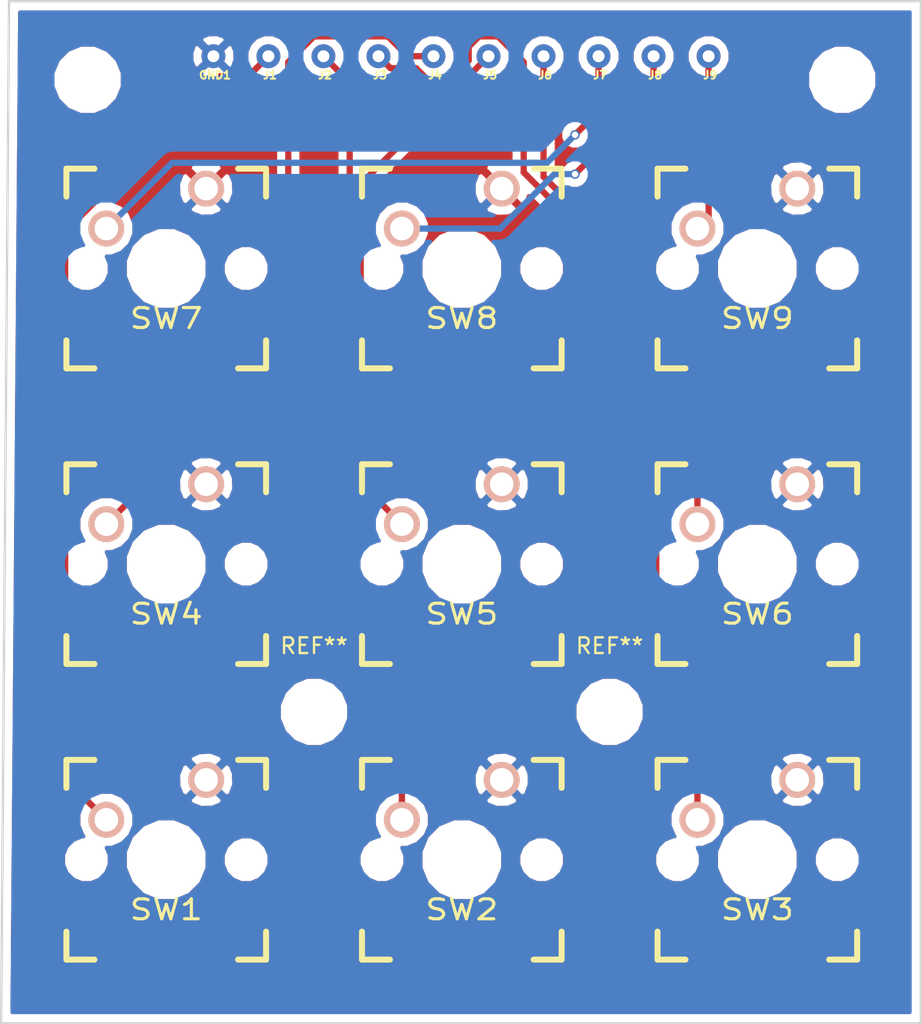
<source format=kicad_pcb>
(kicad_pcb (version 4) (host pcbnew 4.0.7)

  (general
    (links 0)
    (no_connects 10)
    (area 99.424999 54.924999 158.075001 120.075001)
    (thickness 1.6)
    (drawings 5)
    (tracks 55)
    (zones 0)
    (modules 23)
    (nets 11)
  )

  (page A4)
  (layers
    (0 F.Cu signal)
    (31 B.Cu signal)
    (32 B.Adhes user)
    (33 F.Adhes user)
    (34 B.Paste user)
    (35 F.Paste user)
    (36 B.SilkS user)
    (37 F.SilkS user)
    (38 B.Mask user)
    (39 F.Mask user)
    (40 Dwgs.User user)
    (41 Cmts.User user)
    (42 Eco1.User user)
    (43 Eco2.User user)
    (44 Edge.Cuts user)
    (45 Margin user)
    (46 B.CrtYd user)
    (47 F.CrtYd user)
    (48 B.Fab user)
    (49 F.Fab user)
  )

  (setup
    (last_trace_width 0.4)
    (trace_clearance 0.3)
    (zone_clearance 0.508)
    (zone_45_only no)
    (trace_min 0.2)
    (segment_width 0.2)
    (edge_width 0.15)
    (via_size 0.6)
    (via_drill 0.4)
    (via_min_size 0.4)
    (via_min_drill 0.3)
    (uvia_size 0.3)
    (uvia_drill 0.1)
    (uvias_allowed no)
    (uvia_min_size 0.2)
    (uvia_min_drill 0.1)
    (pcb_text_width 0.3)
    (pcb_text_size 1.5 1.5)
    (mod_edge_width 0.15)
    (mod_text_size 1 1)
    (mod_text_width 0.15)
    (pad_size 1.524 1.524)
    (pad_drill 0.762)
    (pad_to_mask_clearance 0.2)
    (aux_axis_origin 0 0)
    (visible_elements 7FFFFFFF)
    (pcbplotparams
      (layerselection 0x00030_80000001)
      (usegerberextensions false)
      (excludeedgelayer true)
      (linewidth 0.100000)
      (plotframeref false)
      (viasonmask false)
      (mode 1)
      (useauxorigin false)
      (hpglpennumber 1)
      (hpglpenspeed 20)
      (hpglpendiameter 15)
      (hpglpenoverlay 2)
      (psnegative false)
      (psa4output false)
      (plotreference true)
      (plotvalue true)
      (plotinvisibletext false)
      (padsonsilk false)
      (subtractmaskfromsilk false)
      (outputformat 1)
      (mirror false)
      (drillshape 1)
      (scaleselection 1)
      (outputdirectory ""))
  )

  (net 0 "")
  (net 1 "Net-(GND1-Pad1)")
  (net 2 "Net-(J1-Pad1)")
  (net 3 "Net-(J2-Pad1)")
  (net 4 "Net-(J3-Pad1)")
  (net 5 "Net-(J4-Pad1)")
  (net 6 "Net-(J5-Pad1)")
  (net 7 "Net-(J6-Pad1)")
  (net 8 "Net-(J7-Pad1)")
  (net 9 "Net-(J8-Pad1)")
  (net 10 "Net-(J9-Pad1)")

  (net_class Default "This is the default net class."
    (clearance 0.3)
    (trace_width 0.4)
    (via_dia 0.6)
    (via_drill 0.4)
    (uvia_dia 0.3)
    (uvia_drill 0.1)
    (add_net "Net-(GND1-Pad1)")
    (add_net "Net-(J1-Pad1)")
    (add_net "Net-(J2-Pad1)")
    (add_net "Net-(J3-Pad1)")
    (add_net "Net-(J4-Pad1)")
    (add_net "Net-(J5-Pad1)")
    (add_net "Net-(J6-Pad1)")
    (add_net "Net-(J7-Pad1)")
    (add_net "Net-(J8-Pad1)")
    (add_net "Net-(J9-Pad1)")
  )

  (module Keyboard:CHERRY_PCB_100H (layer F.Cu) (tedit 549A0505) (tstamp 5A07A192)
    (at 128.8 109.6)
    (path /5A0797FE)
    (fp_text reference SW2 (at 0 3.175) (layer F.SilkS)
      (effects (font (size 1.27 1.524) (thickness 0.2032)))
    )
    (fp_text value SW_DIP_x01 (at 0 5.08) (layer F.SilkS) hide
      (effects (font (size 1.27 1.524) (thickness 0.2032)))
    )
    (fp_text user 1.00u (at -5.715 8.255) (layer Dwgs.User)
      (effects (font (thickness 0.3048)))
    )
    (fp_line (start -6.35 -6.35) (end 6.35 -6.35) (layer Cmts.User) (width 0.1524))
    (fp_line (start 6.35 -6.35) (end 6.35 6.35) (layer Cmts.User) (width 0.1524))
    (fp_line (start 6.35 6.35) (end -6.35 6.35) (layer Cmts.User) (width 0.1524))
    (fp_line (start -6.35 6.35) (end -6.35 -6.35) (layer Cmts.User) (width 0.1524))
    (fp_line (start -9.398 -9.398) (end 9.398 -9.398) (layer Dwgs.User) (width 0.1524))
    (fp_line (start 9.398 -9.398) (end 9.398 9.398) (layer Dwgs.User) (width 0.1524))
    (fp_line (start 9.398 9.398) (end -9.398 9.398) (layer Dwgs.User) (width 0.1524))
    (fp_line (start -9.398 9.398) (end -9.398 -9.398) (layer Dwgs.User) (width 0.1524))
    (fp_line (start -6.35 -6.35) (end -4.572 -6.35) (layer F.SilkS) (width 0.381))
    (fp_line (start 4.572 -6.35) (end 6.35 -6.35) (layer F.SilkS) (width 0.381))
    (fp_line (start 6.35 -6.35) (end 6.35 -4.572) (layer F.SilkS) (width 0.381))
    (fp_line (start 6.35 4.572) (end 6.35 6.35) (layer F.SilkS) (width 0.381))
    (fp_line (start 6.35 6.35) (end 4.572 6.35) (layer F.SilkS) (width 0.381))
    (fp_line (start -4.572 6.35) (end -6.35 6.35) (layer F.SilkS) (width 0.381))
    (fp_line (start -6.35 6.35) (end -6.35 4.572) (layer F.SilkS) (width 0.381))
    (fp_line (start -6.35 -4.572) (end -6.35 -6.35) (layer F.SilkS) (width 0.381))
    (fp_line (start -6.985 -6.985) (end 6.985 -6.985) (layer Eco2.User) (width 0.1524))
    (fp_line (start 6.985 -6.985) (end 6.985 6.985) (layer Eco2.User) (width 0.1524))
    (fp_line (start 6.985 6.985) (end -6.985 6.985) (layer Eco2.User) (width 0.1524))
    (fp_line (start -6.985 6.985) (end -6.985 -6.985) (layer Eco2.User) (width 0.1524))
    (pad 1 thru_hole circle (at 2.54 -5.08) (size 2.286 2.286) (drill 1.4986) (layers *.Cu *.SilkS *.Mask)
      (net 1 "Net-(GND1-Pad1)"))
    (pad 2 thru_hole circle (at -3.81 -2.54) (size 2.286 2.286) (drill 1.4986) (layers *.Cu *.SilkS *.Mask)
      (net 3 "Net-(J2-Pad1)"))
    (pad HOLE np_thru_hole circle (at 0 0) (size 3.9878 3.9878) (drill 3.9878) (layers *.Cu))
    (pad HOLE np_thru_hole circle (at -5.08 0) (size 1.7018 1.7018) (drill 1.7018) (layers *.Cu))
    (pad HOLE np_thru_hole circle (at 5.08 0) (size 1.7018 1.7018) (drill 1.7018) (layers *.Cu))
  )

  (module Mounting_Holes:MountingHole_3.2mm_M3 (layer F.Cu) (tedit 5A07A862) (tstamp 5A07A85F)
    (at 153 60)
    (descr "Mounting Hole 3.2mm, no annular, M3")
    (tags "mounting hole 3.2mm no annular m3")
    (attr virtual)
    (fp_text reference REF** (at 0 -4.2) (layer F.SilkS) hide
      (effects (font (size 1 1) (thickness 0.15)))
    )
    (fp_text value MountingHole_3.2mm_M3 (at 0 4.2) (layer F.Fab) hide
      (effects (font (size 1 1) (thickness 0.15)))
    )
    (fp_text user %R (at 0.3 0) (layer F.Fab)
      (effects (font (size 1 1) (thickness 0.15)))
    )
    (fp_circle (center 0 0) (end 3.2 0) (layer Cmts.User) (width 0.15))
    (fp_circle (center 0 0) (end 3.45 0) (layer F.CrtYd) (width 0.05))
    (pad 1 np_thru_hole circle (at 0 0) (size 3.2 3.2) (drill 3.2) (layers *.Cu *.Mask))
  )

  (module Mounting_Holes:MountingHole_3.2mm_M3 (layer F.Cu) (tedit 5A07A85D) (tstamp 5A07A85B)
    (at 105 60)
    (descr "Mounting Hole 3.2mm, no annular, M3")
    (tags "mounting hole 3.2mm no annular m3")
    (attr virtual)
    (fp_text reference REF** (at 0 -4.2) (layer F.SilkS) hide
      (effects (font (size 1 1) (thickness 0.15)))
    )
    (fp_text value MountingHole_3.2mm_M3 (at 0 4.2) (layer F.Fab) hide
      (effects (font (size 1 1) (thickness 0.15)))
    )
    (fp_text user %R (at 0.3 0) (layer F.Fab)
      (effects (font (size 1 1) (thickness 0.15)))
    )
    (fp_circle (center 0 0) (end 3.2 0) (layer Cmts.User) (width 0.15))
    (fp_circle (center 0 0) (end 3.45 0) (layer F.CrtYd) (width 0.05))
    (pad 1 np_thru_hole circle (at 0 0) (size 3.2 3.2) (drill 3.2) (layers *.Cu *.Mask))
  )

  (module Mounting_Holes:MountingHole_3.2mm_M3 (layer F.Cu) (tedit 5A07A868) (tstamp 5A07A84B)
    (at 138.2 100.2)
    (descr "Mounting Hole 3.2mm, no annular, M3")
    (tags "mounting hole 3.2mm no annular m3")
    (attr virtual)
    (fp_text reference REF** (at 0 -4.2) (layer F.SilkS)
      (effects (font (size 1 1) (thickness 0.15)))
    )
    (fp_text value MountingHole_3.2mm_M3 (at 0 4.2) (layer F.Fab) hide
      (effects (font (size 1 1) (thickness 0.15)))
    )
    (fp_text user %R (at 0.3 0) (layer F.Fab)
      (effects (font (size 1 1) (thickness 0.15)))
    )
    (fp_circle (center 0 0) (end 3.2 0) (layer Cmts.User) (width 0.15))
    (fp_circle (center 0 0) (end 3.45 0) (layer F.CrtYd) (width 0.05))
    (pad 1 np_thru_hole circle (at 0 0) (size 3.2 3.2) (drill 3.2) (layers *.Cu *.Mask))
  )

  (module usbc:pad1 (layer F.Cu) (tedit 5A079D9B) (tstamp 5A07A153)
    (at 113 58.5)
    (path /5A079F86)
    (fp_text reference GND1 (at 0.1 1.2) (layer F.SilkS)
      (effects (font (size 0.5 0.5) (thickness 0.125)))
    )
    (fp_text value Conn_01x01 (at 0 -0.55) (layer F.Fab) hide
      (effects (font (size 0.127 0.127) (thickness 0.015)))
    )
    (pad 1 thru_hole circle (at 0 0) (size 1.524 1.524) (drill 0.762) (layers *.Cu *.Mask)
      (net 1 "Net-(GND1-Pad1)"))
  )

  (module usbc:pad1 (layer F.Cu) (tedit 5A079D9B) (tstamp 5A07A158)
    (at 116.5 58.5)
    (path /5A079B40)
    (fp_text reference J1 (at 0.1 1.2) (layer F.SilkS)
      (effects (font (size 0.5 0.5) (thickness 0.125)))
    )
    (fp_text value Conn_01x01 (at 0 -0.55) (layer F.Fab) hide
      (effects (font (size 0.127 0.127) (thickness 0.015)))
    )
    (pad 1 thru_hole circle (at 0 0) (size 1.524 1.524) (drill 0.762) (layers *.Cu *.Mask)
      (net 2 "Net-(J1-Pad1)"))
  )

  (module usbc:pad1 (layer F.Cu) (tedit 5A079D9B) (tstamp 5A07A15D)
    (at 120 58.5)
    (path /5A079BAB)
    (fp_text reference J2 (at 0.1 1.2) (layer F.SilkS)
      (effects (font (size 0.5 0.5) (thickness 0.125)))
    )
    (fp_text value Conn_01x01 (at 0 -0.55) (layer F.Fab) hide
      (effects (font (size 0.127 0.127) (thickness 0.015)))
    )
    (pad 1 thru_hole circle (at 0 0) (size 1.524 1.524) (drill 0.762) (layers *.Cu *.Mask)
      (net 3 "Net-(J2-Pad1)"))
  )

  (module usbc:pad1 (layer F.Cu) (tedit 5A079D9B) (tstamp 5A07A162)
    (at 123.5 58.5)
    (path /5A079BEC)
    (fp_text reference J3 (at 0.1 1.2) (layer F.SilkS)
      (effects (font (size 0.5 0.5) (thickness 0.125)))
    )
    (fp_text value Conn_01x01 (at 0 -0.55) (layer F.Fab) hide
      (effects (font (size 0.127 0.127) (thickness 0.015)))
    )
    (pad 1 thru_hole circle (at 0 0) (size 1.524 1.524) (drill 0.762) (layers *.Cu *.Mask)
      (net 4 "Net-(J3-Pad1)"))
  )

  (module usbc:pad1 (layer F.Cu) (tedit 5A079D9B) (tstamp 5A07A167)
    (at 127 58.5)
    (path /5A079CDB)
    (fp_text reference J4 (at 0.1 1.2) (layer F.SilkS)
      (effects (font (size 0.5 0.5) (thickness 0.125)))
    )
    (fp_text value Conn_01x01 (at 0 -0.55) (layer F.Fab) hide
      (effects (font (size 0.127 0.127) (thickness 0.015)))
    )
    (pad 1 thru_hole circle (at 0 0) (size 1.524 1.524) (drill 0.762) (layers *.Cu *.Mask)
      (net 5 "Net-(J4-Pad1)"))
  )

  (module usbc:pad1 (layer F.Cu) (tedit 5A079D9B) (tstamp 5A07A16C)
    (at 130.5 58.5)
    (path /5A079C8F)
    (fp_text reference J5 (at 0.1 1.2) (layer F.SilkS)
      (effects (font (size 0.5 0.5) (thickness 0.125)))
    )
    (fp_text value Conn_01x01 (at 0 -0.55) (layer F.Fab) hide
      (effects (font (size 0.127 0.127) (thickness 0.015)))
    )
    (pad 1 thru_hole circle (at 0 0) (size 1.524 1.524) (drill 0.762) (layers *.Cu *.Mask)
      (net 6 "Net-(J5-Pad1)"))
  )

  (module usbc:pad1 (layer F.Cu) (tedit 5A079D9B) (tstamp 5A07A171)
    (at 134 58.5)
    (path /5A079C38)
    (fp_text reference J6 (at 0.1 1.2) (layer F.SilkS)
      (effects (font (size 0.5 0.5) (thickness 0.125)))
    )
    (fp_text value Conn_01x01 (at 0 -0.55) (layer F.Fab) hide
      (effects (font (size 0.127 0.127) (thickness 0.015)))
    )
    (pad 1 thru_hole circle (at 0 0) (size 1.524 1.524) (drill 0.762) (layers *.Cu *.Mask)
      (net 7 "Net-(J6-Pad1)"))
  )

  (module usbc:pad1 (layer F.Cu) (tedit 5A079D9B) (tstamp 5A07A176)
    (at 137.5 58.5)
    (path /5A079D6F)
    (fp_text reference J7 (at 0.1 1.2) (layer F.SilkS)
      (effects (font (size 0.5 0.5) (thickness 0.125)))
    )
    (fp_text value Conn_01x01 (at 0 -0.55) (layer F.Fab) hide
      (effects (font (size 0.127 0.127) (thickness 0.015)))
    )
    (pad 1 thru_hole circle (at 0 0) (size 1.524 1.524) (drill 0.762) (layers *.Cu *.Mask)
      (net 8 "Net-(J7-Pad1)"))
  )

  (module usbc:pad1 (layer F.Cu) (tedit 5A079D9B) (tstamp 5A07A17B)
    (at 141 58.5)
    (path /5A079DBD)
    (fp_text reference J8 (at 0.1 1.2) (layer F.SilkS)
      (effects (font (size 0.5 0.5) (thickness 0.125)))
    )
    (fp_text value Conn_01x01 (at 0 -0.55) (layer F.Fab) hide
      (effects (font (size 0.127 0.127) (thickness 0.015)))
    )
    (pad 1 thru_hole circle (at 0 0) (size 1.524 1.524) (drill 0.762) (layers *.Cu *.Mask)
      (net 9 "Net-(J8-Pad1)"))
  )

  (module usbc:pad1 (layer F.Cu) (tedit 5A079D9B) (tstamp 5A07A180)
    (at 144.5 58.5)
    (path /5A079E1C)
    (fp_text reference J9 (at 0.1 1.2) (layer F.SilkS)
      (effects (font (size 0.5 0.5) (thickness 0.125)))
    )
    (fp_text value Conn_01x01 (at 0 -0.55) (layer F.Fab) hide
      (effects (font (size 0.127 0.127) (thickness 0.015)))
    )
    (pad 1 thru_hole circle (at 0 0) (size 1.524 1.524) (drill 0.762) (layers *.Cu *.Mask)
      (net 10 "Net-(J9-Pad1)"))
  )

  (module Keyboard:CHERRY_PCB_100H (layer F.Cu) (tedit 549A0505) (tstamp 5A07A189)
    (at 110 109.6)
    (path /5A07983C)
    (fp_text reference SW1 (at 0 3.175) (layer F.SilkS)
      (effects (font (size 1.27 1.524) (thickness 0.2032)))
    )
    (fp_text value SW_DIP_x01 (at 0 5.08) (layer F.SilkS) hide
      (effects (font (size 1.27 1.524) (thickness 0.2032)))
    )
    (fp_text user 1.00u (at -5.715 8.255) (layer Dwgs.User)
      (effects (font (thickness 0.3048)))
    )
    (fp_line (start -6.35 -6.35) (end 6.35 -6.35) (layer Cmts.User) (width 0.1524))
    (fp_line (start 6.35 -6.35) (end 6.35 6.35) (layer Cmts.User) (width 0.1524))
    (fp_line (start 6.35 6.35) (end -6.35 6.35) (layer Cmts.User) (width 0.1524))
    (fp_line (start -6.35 6.35) (end -6.35 -6.35) (layer Cmts.User) (width 0.1524))
    (fp_line (start -9.398 -9.398) (end 9.398 -9.398) (layer Dwgs.User) (width 0.1524))
    (fp_line (start 9.398 -9.398) (end 9.398 9.398) (layer Dwgs.User) (width 0.1524))
    (fp_line (start 9.398 9.398) (end -9.398 9.398) (layer Dwgs.User) (width 0.1524))
    (fp_line (start -9.398 9.398) (end -9.398 -9.398) (layer Dwgs.User) (width 0.1524))
    (fp_line (start -6.35 -6.35) (end -4.572 -6.35) (layer F.SilkS) (width 0.381))
    (fp_line (start 4.572 -6.35) (end 6.35 -6.35) (layer F.SilkS) (width 0.381))
    (fp_line (start 6.35 -6.35) (end 6.35 -4.572) (layer F.SilkS) (width 0.381))
    (fp_line (start 6.35 4.572) (end 6.35 6.35) (layer F.SilkS) (width 0.381))
    (fp_line (start 6.35 6.35) (end 4.572 6.35) (layer F.SilkS) (width 0.381))
    (fp_line (start -4.572 6.35) (end -6.35 6.35) (layer F.SilkS) (width 0.381))
    (fp_line (start -6.35 6.35) (end -6.35 4.572) (layer F.SilkS) (width 0.381))
    (fp_line (start -6.35 -4.572) (end -6.35 -6.35) (layer F.SilkS) (width 0.381))
    (fp_line (start -6.985 -6.985) (end 6.985 -6.985) (layer Eco2.User) (width 0.1524))
    (fp_line (start 6.985 -6.985) (end 6.985 6.985) (layer Eco2.User) (width 0.1524))
    (fp_line (start 6.985 6.985) (end -6.985 6.985) (layer Eco2.User) (width 0.1524))
    (fp_line (start -6.985 6.985) (end -6.985 -6.985) (layer Eco2.User) (width 0.1524))
    (pad 1 thru_hole circle (at 2.54 -5.08) (size 2.286 2.286) (drill 1.4986) (layers *.Cu *.SilkS *.Mask)
      (net 1 "Net-(GND1-Pad1)"))
    (pad 2 thru_hole circle (at -3.81 -2.54) (size 2.286 2.286) (drill 1.4986) (layers *.Cu *.SilkS *.Mask)
      (net 2 "Net-(J1-Pad1)"))
    (pad HOLE np_thru_hole circle (at 0 0) (size 3.9878 3.9878) (drill 3.9878) (layers *.Cu))
    (pad HOLE np_thru_hole circle (at -5.08 0) (size 1.7018 1.7018) (drill 1.7018) (layers *.Cu))
    (pad HOLE np_thru_hole circle (at 5.08 0) (size 1.7018 1.7018) (drill 1.7018) (layers *.Cu))
  )

  (module Keyboard:CHERRY_PCB_100H (layer F.Cu) (tedit 549A0505) (tstamp 5A07A19B)
    (at 147.6 109.6)
    (path /5A07964B)
    (fp_text reference SW3 (at 0 3.175) (layer F.SilkS)
      (effects (font (size 1.27 1.524) (thickness 0.2032)))
    )
    (fp_text value SW_DIP_x01 (at 0 5.08) (layer F.SilkS) hide
      (effects (font (size 1.27 1.524) (thickness 0.2032)))
    )
    (fp_text user 1.00u (at -5.715 8.255) (layer Dwgs.User)
      (effects (font (thickness 0.3048)))
    )
    (fp_line (start -6.35 -6.35) (end 6.35 -6.35) (layer Cmts.User) (width 0.1524))
    (fp_line (start 6.35 -6.35) (end 6.35 6.35) (layer Cmts.User) (width 0.1524))
    (fp_line (start 6.35 6.35) (end -6.35 6.35) (layer Cmts.User) (width 0.1524))
    (fp_line (start -6.35 6.35) (end -6.35 -6.35) (layer Cmts.User) (width 0.1524))
    (fp_line (start -9.398 -9.398) (end 9.398 -9.398) (layer Dwgs.User) (width 0.1524))
    (fp_line (start 9.398 -9.398) (end 9.398 9.398) (layer Dwgs.User) (width 0.1524))
    (fp_line (start 9.398 9.398) (end -9.398 9.398) (layer Dwgs.User) (width 0.1524))
    (fp_line (start -9.398 9.398) (end -9.398 -9.398) (layer Dwgs.User) (width 0.1524))
    (fp_line (start -6.35 -6.35) (end -4.572 -6.35) (layer F.SilkS) (width 0.381))
    (fp_line (start 4.572 -6.35) (end 6.35 -6.35) (layer F.SilkS) (width 0.381))
    (fp_line (start 6.35 -6.35) (end 6.35 -4.572) (layer F.SilkS) (width 0.381))
    (fp_line (start 6.35 4.572) (end 6.35 6.35) (layer F.SilkS) (width 0.381))
    (fp_line (start 6.35 6.35) (end 4.572 6.35) (layer F.SilkS) (width 0.381))
    (fp_line (start -4.572 6.35) (end -6.35 6.35) (layer F.SilkS) (width 0.381))
    (fp_line (start -6.35 6.35) (end -6.35 4.572) (layer F.SilkS) (width 0.381))
    (fp_line (start -6.35 -4.572) (end -6.35 -6.35) (layer F.SilkS) (width 0.381))
    (fp_line (start -6.985 -6.985) (end 6.985 -6.985) (layer Eco2.User) (width 0.1524))
    (fp_line (start 6.985 -6.985) (end 6.985 6.985) (layer Eco2.User) (width 0.1524))
    (fp_line (start 6.985 6.985) (end -6.985 6.985) (layer Eco2.User) (width 0.1524))
    (fp_line (start -6.985 6.985) (end -6.985 -6.985) (layer Eco2.User) (width 0.1524))
    (pad 1 thru_hole circle (at 2.54 -5.08) (size 2.286 2.286) (drill 1.4986) (layers *.Cu *.SilkS *.Mask)
      (net 1 "Net-(GND1-Pad1)"))
    (pad 2 thru_hole circle (at -3.81 -2.54) (size 2.286 2.286) (drill 1.4986) (layers *.Cu *.SilkS *.Mask)
      (net 4 "Net-(J3-Pad1)"))
    (pad HOLE np_thru_hole circle (at 0 0) (size 3.9878 3.9878) (drill 3.9878) (layers *.Cu))
    (pad HOLE np_thru_hole circle (at -5.08 0) (size 1.7018 1.7018) (drill 1.7018) (layers *.Cu))
    (pad HOLE np_thru_hole circle (at 5.08 0) (size 1.7018 1.7018) (drill 1.7018) (layers *.Cu))
  )

  (module Keyboard:CHERRY_PCB_100H (layer F.Cu) (tedit 549A0505) (tstamp 5A07A1A4)
    (at 110 90.8)
    (path /5A079877)
    (fp_text reference SW4 (at 0 3.175) (layer F.SilkS)
      (effects (font (size 1.27 1.524) (thickness 0.2032)))
    )
    (fp_text value SW_DIP_x01 (at 0 5.08) (layer F.SilkS) hide
      (effects (font (size 1.27 1.524) (thickness 0.2032)))
    )
    (fp_text user 1.00u (at -5.715 8.255) (layer Dwgs.User)
      (effects (font (thickness 0.3048)))
    )
    (fp_line (start -6.35 -6.35) (end 6.35 -6.35) (layer Cmts.User) (width 0.1524))
    (fp_line (start 6.35 -6.35) (end 6.35 6.35) (layer Cmts.User) (width 0.1524))
    (fp_line (start 6.35 6.35) (end -6.35 6.35) (layer Cmts.User) (width 0.1524))
    (fp_line (start -6.35 6.35) (end -6.35 -6.35) (layer Cmts.User) (width 0.1524))
    (fp_line (start -9.398 -9.398) (end 9.398 -9.398) (layer Dwgs.User) (width 0.1524))
    (fp_line (start 9.398 -9.398) (end 9.398 9.398) (layer Dwgs.User) (width 0.1524))
    (fp_line (start 9.398 9.398) (end -9.398 9.398) (layer Dwgs.User) (width 0.1524))
    (fp_line (start -9.398 9.398) (end -9.398 -9.398) (layer Dwgs.User) (width 0.1524))
    (fp_line (start -6.35 -6.35) (end -4.572 -6.35) (layer F.SilkS) (width 0.381))
    (fp_line (start 4.572 -6.35) (end 6.35 -6.35) (layer F.SilkS) (width 0.381))
    (fp_line (start 6.35 -6.35) (end 6.35 -4.572) (layer F.SilkS) (width 0.381))
    (fp_line (start 6.35 4.572) (end 6.35 6.35) (layer F.SilkS) (width 0.381))
    (fp_line (start 6.35 6.35) (end 4.572 6.35) (layer F.SilkS) (width 0.381))
    (fp_line (start -4.572 6.35) (end -6.35 6.35) (layer F.SilkS) (width 0.381))
    (fp_line (start -6.35 6.35) (end -6.35 4.572) (layer F.SilkS) (width 0.381))
    (fp_line (start -6.35 -4.572) (end -6.35 -6.35) (layer F.SilkS) (width 0.381))
    (fp_line (start -6.985 -6.985) (end 6.985 -6.985) (layer Eco2.User) (width 0.1524))
    (fp_line (start 6.985 -6.985) (end 6.985 6.985) (layer Eco2.User) (width 0.1524))
    (fp_line (start 6.985 6.985) (end -6.985 6.985) (layer Eco2.User) (width 0.1524))
    (fp_line (start -6.985 6.985) (end -6.985 -6.985) (layer Eco2.User) (width 0.1524))
    (pad 1 thru_hole circle (at 2.54 -5.08) (size 2.286 2.286) (drill 1.4986) (layers *.Cu *.SilkS *.Mask)
      (net 1 "Net-(GND1-Pad1)"))
    (pad 2 thru_hole circle (at -3.81 -2.54) (size 2.286 2.286) (drill 1.4986) (layers *.Cu *.SilkS *.Mask)
      (net 5 "Net-(J4-Pad1)"))
    (pad HOLE np_thru_hole circle (at 0 0) (size 3.9878 3.9878) (drill 3.9878) (layers *.Cu))
    (pad HOLE np_thru_hole circle (at -5.08 0) (size 1.7018 1.7018) (drill 1.7018) (layers *.Cu))
    (pad HOLE np_thru_hole circle (at 5.08 0) (size 1.7018 1.7018) (drill 1.7018) (layers *.Cu))
  )

  (module Keyboard:CHERRY_PCB_100H (layer F.Cu) (tedit 549A0505) (tstamp 5A07A1AD)
    (at 128.8 90.8)
    (path /5A0798B3)
    (fp_text reference SW5 (at 0 3.175) (layer F.SilkS)
      (effects (font (size 1.27 1.524) (thickness 0.2032)))
    )
    (fp_text value SW_DIP_x01 (at 0 5.08) (layer F.SilkS) hide
      (effects (font (size 1.27 1.524) (thickness 0.2032)))
    )
    (fp_text user 1.00u (at -5.715 8.255) (layer Dwgs.User)
      (effects (font (thickness 0.3048)))
    )
    (fp_line (start -6.35 -6.35) (end 6.35 -6.35) (layer Cmts.User) (width 0.1524))
    (fp_line (start 6.35 -6.35) (end 6.35 6.35) (layer Cmts.User) (width 0.1524))
    (fp_line (start 6.35 6.35) (end -6.35 6.35) (layer Cmts.User) (width 0.1524))
    (fp_line (start -6.35 6.35) (end -6.35 -6.35) (layer Cmts.User) (width 0.1524))
    (fp_line (start -9.398 -9.398) (end 9.398 -9.398) (layer Dwgs.User) (width 0.1524))
    (fp_line (start 9.398 -9.398) (end 9.398 9.398) (layer Dwgs.User) (width 0.1524))
    (fp_line (start 9.398 9.398) (end -9.398 9.398) (layer Dwgs.User) (width 0.1524))
    (fp_line (start -9.398 9.398) (end -9.398 -9.398) (layer Dwgs.User) (width 0.1524))
    (fp_line (start -6.35 -6.35) (end -4.572 -6.35) (layer F.SilkS) (width 0.381))
    (fp_line (start 4.572 -6.35) (end 6.35 -6.35) (layer F.SilkS) (width 0.381))
    (fp_line (start 6.35 -6.35) (end 6.35 -4.572) (layer F.SilkS) (width 0.381))
    (fp_line (start 6.35 4.572) (end 6.35 6.35) (layer F.SilkS) (width 0.381))
    (fp_line (start 6.35 6.35) (end 4.572 6.35) (layer F.SilkS) (width 0.381))
    (fp_line (start -4.572 6.35) (end -6.35 6.35) (layer F.SilkS) (width 0.381))
    (fp_line (start -6.35 6.35) (end -6.35 4.572) (layer F.SilkS) (width 0.381))
    (fp_line (start -6.35 -4.572) (end -6.35 -6.35) (layer F.SilkS) (width 0.381))
    (fp_line (start -6.985 -6.985) (end 6.985 -6.985) (layer Eco2.User) (width 0.1524))
    (fp_line (start 6.985 -6.985) (end 6.985 6.985) (layer Eco2.User) (width 0.1524))
    (fp_line (start 6.985 6.985) (end -6.985 6.985) (layer Eco2.User) (width 0.1524))
    (fp_line (start -6.985 6.985) (end -6.985 -6.985) (layer Eco2.User) (width 0.1524))
    (pad 1 thru_hole circle (at 2.54 -5.08) (size 2.286 2.286) (drill 1.4986) (layers *.Cu *.SilkS *.Mask)
      (net 1 "Net-(GND1-Pad1)"))
    (pad 2 thru_hole circle (at -3.81 -2.54) (size 2.286 2.286) (drill 1.4986) (layers *.Cu *.SilkS *.Mask)
      (net 6 "Net-(J5-Pad1)"))
    (pad HOLE np_thru_hole circle (at 0 0) (size 3.9878 3.9878) (drill 3.9878) (layers *.Cu))
    (pad HOLE np_thru_hole circle (at -5.08 0) (size 1.7018 1.7018) (drill 1.7018) (layers *.Cu))
    (pad HOLE np_thru_hole circle (at 5.08 0) (size 1.7018 1.7018) (drill 1.7018) (layers *.Cu))
  )

  (module Keyboard:CHERRY_PCB_100H (layer F.Cu) (tedit 549A0505) (tstamp 5A07A1B6)
    (at 147.6 90.8)
    (path /5A0798EA)
    (fp_text reference SW6 (at 0 3.175) (layer F.SilkS)
      (effects (font (size 1.27 1.524) (thickness 0.2032)))
    )
    (fp_text value SW_DIP_x01 (at 0 5.08) (layer F.SilkS) hide
      (effects (font (size 1.27 1.524) (thickness 0.2032)))
    )
    (fp_text user 1.00u (at -5.715 8.255) (layer Dwgs.User)
      (effects (font (thickness 0.3048)))
    )
    (fp_line (start -6.35 -6.35) (end 6.35 -6.35) (layer Cmts.User) (width 0.1524))
    (fp_line (start 6.35 -6.35) (end 6.35 6.35) (layer Cmts.User) (width 0.1524))
    (fp_line (start 6.35 6.35) (end -6.35 6.35) (layer Cmts.User) (width 0.1524))
    (fp_line (start -6.35 6.35) (end -6.35 -6.35) (layer Cmts.User) (width 0.1524))
    (fp_line (start -9.398 -9.398) (end 9.398 -9.398) (layer Dwgs.User) (width 0.1524))
    (fp_line (start 9.398 -9.398) (end 9.398 9.398) (layer Dwgs.User) (width 0.1524))
    (fp_line (start 9.398 9.398) (end -9.398 9.398) (layer Dwgs.User) (width 0.1524))
    (fp_line (start -9.398 9.398) (end -9.398 -9.398) (layer Dwgs.User) (width 0.1524))
    (fp_line (start -6.35 -6.35) (end -4.572 -6.35) (layer F.SilkS) (width 0.381))
    (fp_line (start 4.572 -6.35) (end 6.35 -6.35) (layer F.SilkS) (width 0.381))
    (fp_line (start 6.35 -6.35) (end 6.35 -4.572) (layer F.SilkS) (width 0.381))
    (fp_line (start 6.35 4.572) (end 6.35 6.35) (layer F.SilkS) (width 0.381))
    (fp_line (start 6.35 6.35) (end 4.572 6.35) (layer F.SilkS) (width 0.381))
    (fp_line (start -4.572 6.35) (end -6.35 6.35) (layer F.SilkS) (width 0.381))
    (fp_line (start -6.35 6.35) (end -6.35 4.572) (layer F.SilkS) (width 0.381))
    (fp_line (start -6.35 -4.572) (end -6.35 -6.35) (layer F.SilkS) (width 0.381))
    (fp_line (start -6.985 -6.985) (end 6.985 -6.985) (layer Eco2.User) (width 0.1524))
    (fp_line (start 6.985 -6.985) (end 6.985 6.985) (layer Eco2.User) (width 0.1524))
    (fp_line (start 6.985 6.985) (end -6.985 6.985) (layer Eco2.User) (width 0.1524))
    (fp_line (start -6.985 6.985) (end -6.985 -6.985) (layer Eco2.User) (width 0.1524))
    (pad 1 thru_hole circle (at 2.54 -5.08) (size 2.286 2.286) (drill 1.4986) (layers *.Cu *.SilkS *.Mask)
      (net 1 "Net-(GND1-Pad1)"))
    (pad 2 thru_hole circle (at -3.81 -2.54) (size 2.286 2.286) (drill 1.4986) (layers *.Cu *.SilkS *.Mask)
      (net 7 "Net-(J6-Pad1)"))
    (pad HOLE np_thru_hole circle (at 0 0) (size 3.9878 3.9878) (drill 3.9878) (layers *.Cu))
    (pad HOLE np_thru_hole circle (at -5.08 0) (size 1.7018 1.7018) (drill 1.7018) (layers *.Cu))
    (pad HOLE np_thru_hole circle (at 5.08 0) (size 1.7018 1.7018) (drill 1.7018) (layers *.Cu))
  )

  (module Keyboard:CHERRY_PCB_100H (layer F.Cu) (tedit 549A0505) (tstamp 5A07A1BF)
    (at 110 72)
    (path /5A079A12)
    (fp_text reference SW7 (at 0 3.175) (layer F.SilkS)
      (effects (font (size 1.27 1.524) (thickness 0.2032)))
    )
    (fp_text value SW_DIP_x01 (at 0 5.08) (layer F.SilkS) hide
      (effects (font (size 1.27 1.524) (thickness 0.2032)))
    )
    (fp_text user 1.00u (at -5.715 8.255) (layer Dwgs.User)
      (effects (font (thickness 0.3048)))
    )
    (fp_line (start -6.35 -6.35) (end 6.35 -6.35) (layer Cmts.User) (width 0.1524))
    (fp_line (start 6.35 -6.35) (end 6.35 6.35) (layer Cmts.User) (width 0.1524))
    (fp_line (start 6.35 6.35) (end -6.35 6.35) (layer Cmts.User) (width 0.1524))
    (fp_line (start -6.35 6.35) (end -6.35 -6.35) (layer Cmts.User) (width 0.1524))
    (fp_line (start -9.398 -9.398) (end 9.398 -9.398) (layer Dwgs.User) (width 0.1524))
    (fp_line (start 9.398 -9.398) (end 9.398 9.398) (layer Dwgs.User) (width 0.1524))
    (fp_line (start 9.398 9.398) (end -9.398 9.398) (layer Dwgs.User) (width 0.1524))
    (fp_line (start -9.398 9.398) (end -9.398 -9.398) (layer Dwgs.User) (width 0.1524))
    (fp_line (start -6.35 -6.35) (end -4.572 -6.35) (layer F.SilkS) (width 0.381))
    (fp_line (start 4.572 -6.35) (end 6.35 -6.35) (layer F.SilkS) (width 0.381))
    (fp_line (start 6.35 -6.35) (end 6.35 -4.572) (layer F.SilkS) (width 0.381))
    (fp_line (start 6.35 4.572) (end 6.35 6.35) (layer F.SilkS) (width 0.381))
    (fp_line (start 6.35 6.35) (end 4.572 6.35) (layer F.SilkS) (width 0.381))
    (fp_line (start -4.572 6.35) (end -6.35 6.35) (layer F.SilkS) (width 0.381))
    (fp_line (start -6.35 6.35) (end -6.35 4.572) (layer F.SilkS) (width 0.381))
    (fp_line (start -6.35 -4.572) (end -6.35 -6.35) (layer F.SilkS) (width 0.381))
    (fp_line (start -6.985 -6.985) (end 6.985 -6.985) (layer Eco2.User) (width 0.1524))
    (fp_line (start 6.985 -6.985) (end 6.985 6.985) (layer Eco2.User) (width 0.1524))
    (fp_line (start 6.985 6.985) (end -6.985 6.985) (layer Eco2.User) (width 0.1524))
    (fp_line (start -6.985 6.985) (end -6.985 -6.985) (layer Eco2.User) (width 0.1524))
    (pad 1 thru_hole circle (at 2.54 -5.08) (size 2.286 2.286) (drill 1.4986) (layers *.Cu *.SilkS *.Mask)
      (net 1 "Net-(GND1-Pad1)"))
    (pad 2 thru_hole circle (at -3.81 -2.54) (size 2.286 2.286) (drill 1.4986) (layers *.Cu *.SilkS *.Mask)
      (net 8 "Net-(J7-Pad1)"))
    (pad HOLE np_thru_hole circle (at 0 0) (size 3.9878 3.9878) (drill 3.9878) (layers *.Cu))
    (pad HOLE np_thru_hole circle (at -5.08 0) (size 1.7018 1.7018) (drill 1.7018) (layers *.Cu))
    (pad HOLE np_thru_hole circle (at 5.08 0) (size 1.7018 1.7018) (drill 1.7018) (layers *.Cu))
  )

  (module Keyboard:CHERRY_PCB_100H (layer F.Cu) (tedit 549A0505) (tstamp 5A07A1C8)
    (at 128.8 72)
    (path /5A0799A2)
    (fp_text reference SW8 (at 0 3.175) (layer F.SilkS)
      (effects (font (size 1.27 1.524) (thickness 0.2032)))
    )
    (fp_text value SW_DIP_x01 (at 0 5.08) (layer F.SilkS) hide
      (effects (font (size 1.27 1.524) (thickness 0.2032)))
    )
    (fp_text user 1.00u (at -5.715 8.255) (layer Dwgs.User)
      (effects (font (thickness 0.3048)))
    )
    (fp_line (start -6.35 -6.35) (end 6.35 -6.35) (layer Cmts.User) (width 0.1524))
    (fp_line (start 6.35 -6.35) (end 6.35 6.35) (layer Cmts.User) (width 0.1524))
    (fp_line (start 6.35 6.35) (end -6.35 6.35) (layer Cmts.User) (width 0.1524))
    (fp_line (start -6.35 6.35) (end -6.35 -6.35) (layer Cmts.User) (width 0.1524))
    (fp_line (start -9.398 -9.398) (end 9.398 -9.398) (layer Dwgs.User) (width 0.1524))
    (fp_line (start 9.398 -9.398) (end 9.398 9.398) (layer Dwgs.User) (width 0.1524))
    (fp_line (start 9.398 9.398) (end -9.398 9.398) (layer Dwgs.User) (width 0.1524))
    (fp_line (start -9.398 9.398) (end -9.398 -9.398) (layer Dwgs.User) (width 0.1524))
    (fp_line (start -6.35 -6.35) (end -4.572 -6.35) (layer F.SilkS) (width 0.381))
    (fp_line (start 4.572 -6.35) (end 6.35 -6.35) (layer F.SilkS) (width 0.381))
    (fp_line (start 6.35 -6.35) (end 6.35 -4.572) (layer F.SilkS) (width 0.381))
    (fp_line (start 6.35 4.572) (end 6.35 6.35) (layer F.SilkS) (width 0.381))
    (fp_line (start 6.35 6.35) (end 4.572 6.35) (layer F.SilkS) (width 0.381))
    (fp_line (start -4.572 6.35) (end -6.35 6.35) (layer F.SilkS) (width 0.381))
    (fp_line (start -6.35 6.35) (end -6.35 4.572) (layer F.SilkS) (width 0.381))
    (fp_line (start -6.35 -4.572) (end -6.35 -6.35) (layer F.SilkS) (width 0.381))
    (fp_line (start -6.985 -6.985) (end 6.985 -6.985) (layer Eco2.User) (width 0.1524))
    (fp_line (start 6.985 -6.985) (end 6.985 6.985) (layer Eco2.User) (width 0.1524))
    (fp_line (start 6.985 6.985) (end -6.985 6.985) (layer Eco2.User) (width 0.1524))
    (fp_line (start -6.985 6.985) (end -6.985 -6.985) (layer Eco2.User) (width 0.1524))
    (pad 1 thru_hole circle (at 2.54 -5.08) (size 2.286 2.286) (drill 1.4986) (layers *.Cu *.SilkS *.Mask)
      (net 1 "Net-(GND1-Pad1)"))
    (pad 2 thru_hole circle (at -3.81 -2.54) (size 2.286 2.286) (drill 1.4986) (layers *.Cu *.SilkS *.Mask)
      (net 9 "Net-(J8-Pad1)"))
    (pad HOLE np_thru_hole circle (at 0 0) (size 3.9878 3.9878) (drill 3.9878) (layers *.Cu))
    (pad HOLE np_thru_hole circle (at -5.08 0) (size 1.7018 1.7018) (drill 1.7018) (layers *.Cu))
    (pad HOLE np_thru_hole circle (at 5.08 0) (size 1.7018 1.7018) (drill 1.7018) (layers *.Cu))
  )

  (module Keyboard:CHERRY_PCB_100H (layer F.Cu) (tedit 549A0505) (tstamp 5A07A1D1)
    (at 147.6 72)
    (path /5A079928)
    (fp_text reference SW9 (at 0 3.175) (layer F.SilkS)
      (effects (font (size 1.27 1.524) (thickness 0.2032)))
    )
    (fp_text value SW_DIP_x01 (at 0 5.08) (layer F.SilkS) hide
      (effects (font (size 1.27 1.524) (thickness 0.2032)))
    )
    (fp_text user 1.00u (at -5.715 8.255) (layer Dwgs.User)
      (effects (font (thickness 0.3048)))
    )
    (fp_line (start -6.35 -6.35) (end 6.35 -6.35) (layer Cmts.User) (width 0.1524))
    (fp_line (start 6.35 -6.35) (end 6.35 6.35) (layer Cmts.User) (width 0.1524))
    (fp_line (start 6.35 6.35) (end -6.35 6.35) (layer Cmts.User) (width 0.1524))
    (fp_line (start -6.35 6.35) (end -6.35 -6.35) (layer Cmts.User) (width 0.1524))
    (fp_line (start -9.398 -9.398) (end 9.398 -9.398) (layer Dwgs.User) (width 0.1524))
    (fp_line (start 9.398 -9.398) (end 9.398 9.398) (layer Dwgs.User) (width 0.1524))
    (fp_line (start 9.398 9.398) (end -9.398 9.398) (layer Dwgs.User) (width 0.1524))
    (fp_line (start -9.398 9.398) (end -9.398 -9.398) (layer Dwgs.User) (width 0.1524))
    (fp_line (start -6.35 -6.35) (end -4.572 -6.35) (layer F.SilkS) (width 0.381))
    (fp_line (start 4.572 -6.35) (end 6.35 -6.35) (layer F.SilkS) (width 0.381))
    (fp_line (start 6.35 -6.35) (end 6.35 -4.572) (layer F.SilkS) (width 0.381))
    (fp_line (start 6.35 4.572) (end 6.35 6.35) (layer F.SilkS) (width 0.381))
    (fp_line (start 6.35 6.35) (end 4.572 6.35) (layer F.SilkS) (width 0.381))
    (fp_line (start -4.572 6.35) (end -6.35 6.35) (layer F.SilkS) (width 0.381))
    (fp_line (start -6.35 6.35) (end -6.35 4.572) (layer F.SilkS) (width 0.381))
    (fp_line (start -6.35 -4.572) (end -6.35 -6.35) (layer F.SilkS) (width 0.381))
    (fp_line (start -6.985 -6.985) (end 6.985 -6.985) (layer Eco2.User) (width 0.1524))
    (fp_line (start 6.985 -6.985) (end 6.985 6.985) (layer Eco2.User) (width 0.1524))
    (fp_line (start 6.985 6.985) (end -6.985 6.985) (layer Eco2.User) (width 0.1524))
    (fp_line (start -6.985 6.985) (end -6.985 -6.985) (layer Eco2.User) (width 0.1524))
    (pad 1 thru_hole circle (at 2.54 -5.08) (size 2.286 2.286) (drill 1.4986) (layers *.Cu *.SilkS *.Mask)
      (net 1 "Net-(GND1-Pad1)"))
    (pad 2 thru_hole circle (at -3.81 -2.54) (size 2.286 2.286) (drill 1.4986) (layers *.Cu *.SilkS *.Mask)
      (net 10 "Net-(J9-Pad1)"))
    (pad HOLE np_thru_hole circle (at 0 0) (size 3.9878 3.9878) (drill 3.9878) (layers *.Cu))
    (pad HOLE np_thru_hole circle (at -5.08 0) (size 1.7018 1.7018) (drill 1.7018) (layers *.Cu))
    (pad HOLE np_thru_hole circle (at 5.08 0) (size 1.7018 1.7018) (drill 1.7018) (layers *.Cu))
  )

  (module Mounting_Holes:MountingHole_3.2mm_M3 (layer F.Cu) (tedit 5A07A86D) (tstamp 5A07A846)
    (at 119.4 100.2)
    (descr "Mounting Hole 3.2mm, no annular, M3")
    (tags "mounting hole 3.2mm no annular m3")
    (attr virtual)
    (fp_text reference REF** (at 0 -4.2) (layer F.SilkS)
      (effects (font (size 1 1) (thickness 0.15)))
    )
    (fp_text value MountingHole_3.2mm_M3 (at 0 4.2) (layer F.Fab) hide
      (effects (font (size 1 1) (thickness 0.15)))
    )
    (fp_text user %R (at 0.3 0) (layer F.Fab)
      (effects (font (size 1 1) (thickness 0.15)))
    )
    (fp_circle (center 0 0) (end 3.2 0) (layer Cmts.User) (width 0.15))
    (fp_circle (center 0 0) (end 3.45 0) (layer F.CrtYd) (width 0.05))
    (pad 1 np_thru_hole circle (at 0 0) (size 3.2 3.2) (drill 3.2) (layers *.Cu *.Mask))
  )

  (gr_line (start 158 55) (end 100 55) (layer Edge.Cuts) (width 0.15))
  (gr_line (start 158 61.5) (end 158 55) (layer Edge.Cuts) (width 0.15))
  (gr_line (start 158 120) (end 158 61.5) (layer Edge.Cuts) (width 0.15))
  (gr_line (start 158 120) (end 99.5 120) (layer Edge.Cuts) (width 0.15))
  (gr_line (start 100 55) (end 99.5 120) (layer Edge.Cuts) (width 0.15))

  (segment (start 116.5 58.5) (end 115.237999 59.762001) (width 0.4) (layer F.Cu) (net 2))
  (segment (start 115.237999 59.762001) (end 113.456357 59.762001) (width 0.4) (layer F.Cu) (net 2))
  (segment (start 113.456357 59.762001) (end 103.569099 69.649259) (width 0.4) (layer F.Cu) (net 2))
  (segment (start 103.569099 69.649259) (end 103.569099 104.439099) (width 0.4) (layer F.Cu) (net 2))
  (segment (start 103.569099 104.439099) (end 105.047001 105.917001) (width 0.4) (layer F.Cu) (net 2))
  (segment (start 105.047001 105.917001) (end 106.19 107.06) (width 0.4) (layer F.Cu) (net 2))
  (segment (start 124.99 107.06) (end 124.99 98.79) (width 0.4) (layer F.Cu) (net 3))
  (segment (start 124.99 98.79) (end 121.669089 95.469089) (width 0.4) (layer F.Cu) (net 3))
  (segment (start 121.669089 95.469089) (end 121.669089 60.169089) (width 0.4) (layer F.Cu) (net 3))
  (segment (start 121.669089 60.169089) (end 120 58.5) (width 0.4) (layer F.Cu) (net 3))
  (segment (start 123.5 58.5) (end 124.261999 59.261999) (width 0.4) (layer F.Cu) (net 4))
  (segment (start 124.261999 59.261999) (end 125.894237 59.261999) (width 0.4) (layer F.Cu) (net 4))
  (segment (start 132.737999 65.886357) (end 141.169099 74.317457) (width 0.4) (layer F.Cu) (net 4))
  (segment (start 125.894237 59.261999) (end 126.632238 60) (width 0.4) (layer F.Cu) (net 4))
  (segment (start 126.632238 60) (end 128.010038 60) (width 0.4) (layer F.Cu) (net 4))
  (segment (start 141.169099 74.317457) (end 141.169099 95.769099) (width 0.4) (layer F.Cu) (net 4))
  (segment (start 128.010038 60) (end 129.237999 58.772039) (width 0.4) (layer F.Cu) (net 4))
  (segment (start 129.237999 58.772039) (end 129.237999 57.894239) (width 0.4) (layer F.Cu) (net 4))
  (segment (start 129.237999 57.894239) (end 129.894239 57.237999) (width 0.4) (layer F.Cu) (net 4))
  (segment (start 129.894239 57.237999) (end 131.105761 57.237999) (width 0.4) (layer F.Cu) (net 4))
  (segment (start 131.105761 57.237999) (end 132.737999 58.870237) (width 0.4) (layer F.Cu) (net 4))
  (segment (start 132.737999 58.870237) (end 132.737999 65.886357) (width 0.4) (layer F.Cu) (net 4))
  (segment (start 141.169099 95.769099) (end 143.79 98.39) (width 0.4) (layer F.Cu) (net 4))
  (segment (start 143.79 98.39) (end 143.79 107.06) (width 0.4) (layer F.Cu) (net 4))
  (segment (start 127 58.5) (end 125.367762 58.5) (width 0.4) (layer F.Cu) (net 5))
  (segment (start 125.367762 58.5) (end 124.105761 57.237999) (width 0.4) (layer F.Cu) (net 5))
  (segment (start 124.105761 57.237999) (end 119.394239 57.237999) (width 0.4) (layer F.Cu) (net 5))
  (segment (start 119.394239 57.237999) (end 117.762001 58.870237) (width 0.4) (layer F.Cu) (net 5))
  (segment (start 117.762001 58.870237) (end 117.762001 76.687999) (width 0.4) (layer F.Cu) (net 5))
  (segment (start 117.762001 76.687999) (end 107.332999 87.117001) (width 0.4) (layer F.Cu) (net 5))
  (segment (start 107.332999 87.117001) (end 106.19 88.26) (width 0.4) (layer F.Cu) (net 5))
  (segment (start 130.5 58.5) (end 122.369099 66.630901) (width 0.4) (layer F.Cu) (net 6))
  (segment (start 122.369099 66.630901) (end 122.369099 85.639099) (width 0.4) (layer F.Cu) (net 6))
  (segment (start 122.369099 85.639099) (end 123.847001 87.117001) (width 0.4) (layer F.Cu) (net 6))
  (segment (start 123.847001 87.117001) (end 124.99 88.26) (width 0.4) (layer F.Cu) (net 6))
  (segment (start 134 58.5) (end 134 66.158396) (width 0.4) (layer F.Cu) (net 7))
  (segment (start 134 66.158396) (end 143.79 75.948396) (width 0.4) (layer F.Cu) (net 7))
  (segment (start 143.79 75.948396) (end 143.79 86.643554) (width 0.4) (layer F.Cu) (net 7))
  (segment (start 143.79 86.643554) (end 143.79 88.26) (width 0.4) (layer F.Cu) (net 7))
  (segment (start 136 63.5) (end 134.223001 65.276999) (width 0.4) (layer B.Cu) (net 8))
  (segment (start 107.332999 68.317001) (end 106.19 69.46) (width 0.4) (layer B.Cu) (net 8))
  (segment (start 134.223001 65.276999) (end 110.373001 65.276999) (width 0.4) (layer B.Cu) (net 8))
  (segment (start 110.373001 65.276999) (end 107.332999 68.317001) (width 0.4) (layer B.Cu) (net 8))
  (segment (start 137.5 62) (end 136 63.5) (width 0.4) (layer F.Cu) (net 8))
  (via (at 136 63.5) (size 0.6) (drill 0.4) (layers F.Cu B.Cu) (net 8))
  (segment (start 137.5 58.5) (end 137.5 62) (width 0.4) (layer F.Cu) (net 8))
  (segment (start 136 66) (end 134.691642 66) (width 0.4) (layer B.Cu) (net 9))
  (segment (start 134.691642 66) (end 131.231642 69.46) (width 0.4) (layer B.Cu) (net 9))
  (segment (start 131.231642 69.46) (end 126.606446 69.46) (width 0.4) (layer B.Cu) (net 9))
  (segment (start 126.606446 69.46) (end 124.99 69.46) (width 0.4) (layer B.Cu) (net 9))
  (segment (start 141 61) (end 136 66) (width 0.4) (layer F.Cu) (net 9))
  (via (at 136 66) (size 0.6) (drill 0.4) (layers F.Cu B.Cu) (net 9))
  (segment (start 141 58.5) (end 141 61) (width 0.4) (layer F.Cu) (net 9))
  (segment (start 144.5 58.5) (end 144.5 68.75) (width 0.4) (layer F.Cu) (net 10))
  (segment (start 144.5 68.75) (end 143.79 69.46) (width 0.4) (layer F.Cu) (net 10))

  (zone (net 1) (net_name "Net-(GND1-Pad1)") (layer B.Cu) (tstamp 0) (hatch edge 0.508)
    (connect_pads (clearance 0.508))
    (min_thickness 0.254)
    (fill yes (arc_segments 16) (thermal_gap 0.508) (thermal_bridge_width 0.508))
    (polygon
      (pts
        (xy 100 55) (xy 99.5 120) (xy 158 120) (xy 158 55)
      )
    )
    (filled_polygon
      (pts
        (xy 157.29 119.29) (xy 100.215483 119.29) (xy 100.287757 109.894267) (xy 103.433842 109.894267) (xy 103.65958 110.440595)
        (xy 104.077206 110.858951) (xy 104.623139 111.085642) (xy 105.214267 111.086158) (xy 105.760595 110.86042) (xy 106.178951 110.442794)
        (xy 106.312726 110.120626) (xy 107.370645 110.120626) (xy 107.770028 111.087207) (xy 108.508904 111.827373) (xy 109.474785 112.228442)
        (xy 110.520626 112.229355) (xy 111.487207 111.829972) (xy 112.227373 111.091096) (xy 112.628442 110.125215) (xy 112.628643 109.894267)
        (xy 113.593842 109.894267) (xy 113.81958 110.440595) (xy 114.237206 110.858951) (xy 114.783139 111.085642) (xy 115.374267 111.086158)
        (xy 115.920595 110.86042) (xy 116.338951 110.442794) (xy 116.565642 109.896861) (xy 116.565644 109.894267) (xy 122.233842 109.894267)
        (xy 122.45958 110.440595) (xy 122.877206 110.858951) (xy 123.423139 111.085642) (xy 124.014267 111.086158) (xy 124.560595 110.86042)
        (xy 124.978951 110.442794) (xy 125.112726 110.120626) (xy 126.170645 110.120626) (xy 126.570028 111.087207) (xy 127.308904 111.827373)
        (xy 128.274785 112.228442) (xy 129.320626 112.229355) (xy 130.287207 111.829972) (xy 131.027373 111.091096) (xy 131.428442 110.125215)
        (xy 131.428643 109.894267) (xy 132.393842 109.894267) (xy 132.61958 110.440595) (xy 133.037206 110.858951) (xy 133.583139 111.085642)
        (xy 134.174267 111.086158) (xy 134.720595 110.86042) (xy 135.138951 110.442794) (xy 135.365642 109.896861) (xy 135.365644 109.894267)
        (xy 141.033842 109.894267) (xy 141.25958 110.440595) (xy 141.677206 110.858951) (xy 142.223139 111.085642) (xy 142.814267 111.086158)
        (xy 143.360595 110.86042) (xy 143.778951 110.442794) (xy 143.912726 110.120626) (xy 144.970645 110.120626) (xy 145.370028 111.087207)
        (xy 146.108904 111.827373) (xy 147.074785 112.228442) (xy 148.120626 112.229355) (xy 149.087207 111.829972) (xy 149.827373 111.091096)
        (xy 150.228442 110.125215) (xy 150.228643 109.894267) (xy 151.193842 109.894267) (xy 151.41958 110.440595) (xy 151.837206 110.858951)
        (xy 152.383139 111.085642) (xy 152.974267 111.086158) (xy 153.520595 110.86042) (xy 153.938951 110.442794) (xy 154.165642 109.896861)
        (xy 154.166158 109.305733) (xy 153.94042 108.759405) (xy 153.522794 108.341049) (xy 152.976861 108.114358) (xy 152.385733 108.113842)
        (xy 151.839405 108.33958) (xy 151.421049 108.757206) (xy 151.194358 109.303139) (xy 151.193842 109.894267) (xy 150.228643 109.894267)
        (xy 150.229355 109.079374) (xy 149.829972 108.112793) (xy 149.091096 107.372627) (xy 148.125215 106.971558) (xy 147.079374 106.970645)
        (xy 146.112793 107.370028) (xy 145.372627 108.108904) (xy 144.971558 109.074785) (xy 144.970645 110.120626) (xy 143.912726 110.120626)
        (xy 144.005642 109.896861) (xy 144.006158 109.305733) (xy 143.812903 108.838021) (xy 144.142114 108.838308) (xy 144.79584 108.568194)
        (xy 145.296436 108.068471) (xy 145.567691 107.415218) (xy 145.568308 106.707886) (xy 145.298194 106.05416) (xy 145.020483 105.775963)
        (xy 149.063642 105.775963) (xy 149.179806 106.057658) (xy 149.841333 106.308062) (xy 150.548329 106.286249) (xy 151.100194 106.057658)
        (xy 151.216358 105.775963) (xy 150.14 104.699605) (xy 149.063642 105.775963) (xy 145.020483 105.775963) (xy 144.798471 105.553564)
        (xy 144.145218 105.282309) (xy 143.437886 105.281692) (xy 142.78416 105.551806) (xy 142.283564 106.051529) (xy 142.012309 106.704782)
        (xy 142.011692 107.412114) (xy 142.281806 108.06584) (xy 142.329815 108.113933) (xy 142.225733 108.113842) (xy 141.679405 108.33958)
        (xy 141.261049 108.757206) (xy 141.034358 109.303139) (xy 141.033842 109.894267) (xy 135.365644 109.894267) (xy 135.366158 109.305733)
        (xy 135.14042 108.759405) (xy 134.722794 108.341049) (xy 134.176861 108.114358) (xy 133.585733 108.113842) (xy 133.039405 108.33958)
        (xy 132.621049 108.757206) (xy 132.394358 109.303139) (xy 132.393842 109.894267) (xy 131.428643 109.894267) (xy 131.429355 109.079374)
        (xy 131.029972 108.112793) (xy 130.291096 107.372627) (xy 129.325215 106.971558) (xy 128.279374 106.970645) (xy 127.312793 107.370028)
        (xy 126.572627 108.108904) (xy 126.171558 109.074785) (xy 126.170645 110.120626) (xy 125.112726 110.120626) (xy 125.205642 109.896861)
        (xy 125.206158 109.305733) (xy 125.012903 108.838021) (xy 125.342114 108.838308) (xy 125.99584 108.568194) (xy 126.496436 108.068471)
        (xy 126.767691 107.415218) (xy 126.768308 106.707886) (xy 126.498194 106.05416) (xy 126.220483 105.775963) (xy 130.263642 105.775963)
        (xy 130.379806 106.057658) (xy 131.041333 106.308062) (xy 131.748329 106.286249) (xy 132.300194 106.057658) (xy 132.416358 105.775963)
        (xy 131.34 104.699605) (xy 130.263642 105.775963) (xy 126.220483 105.775963) (xy 125.998471 105.553564) (xy 125.345218 105.282309)
        (xy 124.637886 105.281692) (xy 123.98416 105.551806) (xy 123.483564 106.051529) (xy 123.212309 106.704782) (xy 123.211692 107.412114)
        (xy 123.481806 108.06584) (xy 123.529815 108.113933) (xy 123.425733 108.113842) (xy 122.879405 108.33958) (xy 122.461049 108.757206)
        (xy 122.234358 109.303139) (xy 122.233842 109.894267) (xy 116.565644 109.894267) (xy 116.566158 109.305733) (xy 116.34042 108.759405)
        (xy 115.922794 108.341049) (xy 115.376861 108.114358) (xy 114.785733 108.113842) (xy 114.239405 108.33958) (xy 113.821049 108.757206)
        (xy 113.594358 109.303139) (xy 113.593842 109.894267) (xy 112.628643 109.894267) (xy 112.629355 109.079374) (xy 112.229972 108.112793)
        (xy 111.491096 107.372627) (xy 110.525215 106.971558) (xy 109.479374 106.970645) (xy 108.512793 107.370028) (xy 107.772627 108.108904)
        (xy 107.371558 109.074785) (xy 107.370645 110.120626) (xy 106.312726 110.120626) (xy 106.405642 109.896861) (xy 106.406158 109.305733)
        (xy 106.212903 108.838021) (xy 106.542114 108.838308) (xy 107.19584 108.568194) (xy 107.696436 108.068471) (xy 107.967691 107.415218)
        (xy 107.968308 106.707886) (xy 107.698194 106.05416) (xy 107.420483 105.775963) (xy 111.463642 105.775963) (xy 111.579806 106.057658)
        (xy 112.241333 106.308062) (xy 112.948329 106.286249) (xy 113.500194 106.057658) (xy 113.616358 105.775963) (xy 112.54 104.699605)
        (xy 111.463642 105.775963) (xy 107.420483 105.775963) (xy 107.198471 105.553564) (xy 106.545218 105.282309) (xy 105.837886 105.281692)
        (xy 105.18416 105.551806) (xy 104.683564 106.051529) (xy 104.412309 106.704782) (xy 104.411692 107.412114) (xy 104.681806 108.06584)
        (xy 104.729815 108.113933) (xy 104.625733 108.113842) (xy 104.079405 108.33958) (xy 103.661049 108.757206) (xy 103.434358 109.303139)
        (xy 103.433842 109.894267) (xy 100.287757 109.894267) (xy 100.331394 104.221333) (xy 110.751938 104.221333) (xy 110.773751 104.928329)
        (xy 111.002342 105.480194) (xy 111.284037 105.596358) (xy 112.360395 104.52) (xy 112.719605 104.52) (xy 113.795963 105.596358)
        (xy 114.077658 105.480194) (xy 114.328062 104.818667) (xy 114.309633 104.221333) (xy 129.551938 104.221333) (xy 129.573751 104.928329)
        (xy 129.802342 105.480194) (xy 130.084037 105.596358) (xy 131.160395 104.52) (xy 131.519605 104.52) (xy 132.595963 105.596358)
        (xy 132.877658 105.480194) (xy 133.128062 104.818667) (xy 133.109633 104.221333) (xy 148.351938 104.221333) (xy 148.373751 104.928329)
        (xy 148.602342 105.480194) (xy 148.884037 105.596358) (xy 149.960395 104.52) (xy 150.319605 104.52) (xy 151.395963 105.596358)
        (xy 151.677658 105.480194) (xy 151.928062 104.818667) (xy 151.906249 104.111671) (xy 151.677658 103.559806) (xy 151.395963 103.443642)
        (xy 150.319605 104.52) (xy 149.960395 104.52) (xy 148.884037 103.443642) (xy 148.602342 103.559806) (xy 148.351938 104.221333)
        (xy 133.109633 104.221333) (xy 133.106249 104.111671) (xy 132.877658 103.559806) (xy 132.595963 103.443642) (xy 131.519605 104.52)
        (xy 131.160395 104.52) (xy 130.084037 103.443642) (xy 129.802342 103.559806) (xy 129.551938 104.221333) (xy 114.309633 104.221333)
        (xy 114.306249 104.111671) (xy 114.077658 103.559806) (xy 113.795963 103.443642) (xy 112.719605 104.52) (xy 112.360395 104.52)
        (xy 111.284037 103.443642) (xy 111.002342 103.559806) (xy 110.751938 104.221333) (xy 100.331394 104.221333) (xy 100.338757 103.264037)
        (xy 111.463642 103.264037) (xy 112.54 104.340395) (xy 113.616358 103.264037) (xy 130.263642 103.264037) (xy 131.34 104.340395)
        (xy 132.416358 103.264037) (xy 149.063642 103.264037) (xy 150.14 104.340395) (xy 151.216358 103.264037) (xy 151.100194 102.982342)
        (xy 150.438667 102.731938) (xy 149.731671 102.753751) (xy 149.179806 102.982342) (xy 149.063642 103.264037) (xy 132.416358 103.264037)
        (xy 132.300194 102.982342) (xy 131.638667 102.731938) (xy 130.931671 102.753751) (xy 130.379806 102.982342) (xy 130.263642 103.264037)
        (xy 113.616358 103.264037) (xy 113.500194 102.982342) (xy 112.838667 102.731938) (xy 112.131671 102.753751) (xy 111.579806 102.982342)
        (xy 111.463642 103.264037) (xy 100.338757 103.264037) (xy 100.358922 100.642619) (xy 117.164613 100.642619) (xy 117.504155 101.464372)
        (xy 118.132321 102.093636) (xy 118.953481 102.434611) (xy 119.842619 102.435387) (xy 120.664372 102.095845) (xy 121.293636 101.467679)
        (xy 121.634611 100.646519) (xy 121.634614 100.642619) (xy 135.964613 100.642619) (xy 136.304155 101.464372) (xy 136.932321 102.093636)
        (xy 137.753481 102.434611) (xy 138.642619 102.435387) (xy 139.464372 102.095845) (xy 140.093636 101.467679) (xy 140.434611 100.646519)
        (xy 140.435387 99.757381) (xy 140.095845 98.935628) (xy 139.467679 98.306364) (xy 138.646519 97.965389) (xy 137.757381 97.964613)
        (xy 136.935628 98.304155) (xy 136.306364 98.932321) (xy 135.965389 99.753481) (xy 135.964613 100.642619) (xy 121.634614 100.642619)
        (xy 121.635387 99.757381) (xy 121.295845 98.935628) (xy 120.667679 98.306364) (xy 119.846519 97.965389) (xy 118.957381 97.964613)
        (xy 118.135628 98.304155) (xy 117.506364 98.932321) (xy 117.165389 99.753481) (xy 117.164613 100.642619) (xy 100.358922 100.642619)
        (xy 100.432372 91.094267) (xy 103.433842 91.094267) (xy 103.65958 91.640595) (xy 104.077206 92.058951) (xy 104.623139 92.285642)
        (xy 105.214267 92.286158) (xy 105.760595 92.06042) (xy 106.178951 91.642794) (xy 106.312726 91.320626) (xy 107.370645 91.320626)
        (xy 107.770028 92.287207) (xy 108.508904 93.027373) (xy 109.474785 93.428442) (xy 110.520626 93.429355) (xy 111.487207 93.029972)
        (xy 112.227373 92.291096) (xy 112.628442 91.325215) (xy 112.628643 91.094267) (xy 113.593842 91.094267) (xy 113.81958 91.640595)
        (xy 114.237206 92.058951) (xy 114.783139 92.285642) (xy 115.374267 92.286158) (xy 115.920595 92.06042) (xy 116.338951 91.642794)
        (xy 116.565642 91.096861) (xy 116.565644 91.094267) (xy 122.233842 91.094267) (xy 122.45958 91.640595) (xy 122.877206 92.058951)
        (xy 123.423139 92.285642) (xy 124.014267 92.286158) (xy 124.560595 92.06042) (xy 124.978951 91.642794) (xy 125.112726 91.320626)
        (xy 126.170645 91.320626) (xy 126.570028 92.287207) (xy 127.308904 93.027373) (xy 128.274785 93.428442) (xy 129.320626 93.429355)
        (xy 130.287207 93.029972) (xy 131.027373 92.291096) (xy 131.428442 91.325215) (xy 131.428643 91.094267) (xy 132.393842 91.094267)
        (xy 132.61958 91.640595) (xy 133.037206 92.058951) (xy 133.583139 92.285642) (xy 134.174267 92.286158) (xy 134.720595 92.06042)
        (xy 135.138951 91.642794) (xy 135.365642 91.096861) (xy 135.365644 91.094267) (xy 141.033842 91.094267) (xy 141.25958 91.640595)
        (xy 141.677206 92.058951) (xy 142.223139 92.285642) (xy 142.814267 92.286158) (xy 143.360595 92.06042) (xy 143.778951 91.642794)
        (xy 143.912726 91.320626) (xy 144.970645 91.320626) (xy 145.370028 92.287207) (xy 146.108904 93.027373) (xy 147.074785 93.428442)
        (xy 148.120626 93.429355) (xy 149.087207 93.029972) (xy 149.827373 92.291096) (xy 150.228442 91.325215) (xy 150.228643 91.094267)
        (xy 151.193842 91.094267) (xy 151.41958 91.640595) (xy 151.837206 92.058951) (xy 152.383139 92.285642) (xy 152.974267 92.286158)
        (xy 153.520595 92.06042) (xy 153.938951 91.642794) (xy 154.165642 91.096861) (xy 154.166158 90.505733) (xy 153.94042 89.959405)
        (xy 153.522794 89.541049) (xy 152.976861 89.314358) (xy 152.385733 89.313842) (xy 151.839405 89.53958) (xy 151.421049 89.957206)
        (xy 151.194358 90.503139) (xy 151.193842 91.094267) (xy 150.228643 91.094267) (xy 150.229355 90.279374) (xy 149.829972 89.312793)
        (xy 149.091096 88.572627) (xy 148.125215 88.171558) (xy 147.079374 88.170645) (xy 146.112793 88.570028) (xy 145.372627 89.308904)
        (xy 144.971558 90.274785) (xy 144.970645 91.320626) (xy 143.912726 91.320626) (xy 144.005642 91.096861) (xy 144.006158 90.505733)
        (xy 143.812903 90.038021) (xy 144.142114 90.038308) (xy 144.79584 89.768194) (xy 145.296436 89.268471) (xy 145.567691 88.615218)
        (xy 145.568308 87.907886) (xy 145.298194 87.25416) (xy 145.020483 86.975963) (xy 149.063642 86.975963) (xy 149.179806 87.257658)
        (xy 149.841333 87.508062) (xy 150.548329 87.486249) (xy 151.100194 87.257658) (xy 151.216358 86.975963) (xy 150.14 85.899605)
        (xy 149.063642 86.975963) (xy 145.020483 86.975963) (xy 144.798471 86.753564) (xy 144.145218 86.482309) (xy 143.437886 86.481692)
        (xy 142.78416 86.751806) (xy 142.283564 87.251529) (xy 142.012309 87.904782) (xy 142.011692 88.612114) (xy 142.281806 89.26584)
        (xy 142.329815 89.313933) (xy 142.225733 89.313842) (xy 141.679405 89.53958) (xy 141.261049 89.957206) (xy 141.034358 90.503139)
        (xy 141.033842 91.094267) (xy 135.365644 91.094267) (xy 135.366158 90.505733) (xy 135.14042 89.959405) (xy 134.722794 89.541049)
        (xy 134.176861 89.314358) (xy 133.585733 89.313842) (xy 133.039405 89.53958) (xy 132.621049 89.957206) (xy 132.394358 90.503139)
        (xy 132.393842 91.094267) (xy 131.428643 91.094267) (xy 131.429355 90.279374) (xy 131.029972 89.312793) (xy 130.291096 88.572627)
        (xy 129.325215 88.171558) (xy 128.279374 88.170645) (xy 127.312793 88.570028) (xy 126.572627 89.308904) (xy 126.171558 90.274785)
        (xy 126.170645 91.320626) (xy 125.112726 91.320626) (xy 125.205642 91.096861) (xy 125.206158 90.505733) (xy 125.012903 90.038021)
        (xy 125.342114 90.038308) (xy 125.99584 89.768194) (xy 126.496436 89.268471) (xy 126.767691 88.615218) (xy 126.768308 87.907886)
        (xy 126.498194 87.25416) (xy 126.220483 86.975963) (xy 130.263642 86.975963) (xy 130.379806 87.257658) (xy 131.041333 87.508062)
        (xy 131.748329 87.486249) (xy 132.300194 87.257658) (xy 132.416358 86.975963) (xy 131.34 85.899605) (xy 130.263642 86.975963)
        (xy 126.220483 86.975963) (xy 125.998471 86.753564) (xy 125.345218 86.482309) (xy 124.637886 86.481692) (xy 123.98416 86.751806)
        (xy 123.483564 87.251529) (xy 123.212309 87.904782) (xy 123.211692 88.612114) (xy 123.481806 89.26584) (xy 123.529815 89.313933)
        (xy 123.425733 89.313842) (xy 122.879405 89.53958) (xy 122.461049 89.957206) (xy 122.234358 90.503139) (xy 122.233842 91.094267)
        (xy 116.565644 91.094267) (xy 116.566158 90.505733) (xy 116.34042 89.959405) (xy 115.922794 89.541049) (xy 115.376861 89.314358)
        (xy 114.785733 89.313842) (xy 114.239405 89.53958) (xy 113.821049 89.957206) (xy 113.594358 90.503139) (xy 113.593842 91.094267)
        (xy 112.628643 91.094267) (xy 112.629355 90.279374) (xy 112.229972 89.312793) (xy 111.491096 88.572627) (xy 110.525215 88.171558)
        (xy 109.479374 88.170645) (xy 108.512793 88.570028) (xy 107.772627 89.308904) (xy 107.371558 90.274785) (xy 107.370645 91.320626)
        (xy 106.312726 91.320626) (xy 106.405642 91.096861) (xy 106.406158 90.505733) (xy 106.212903 90.038021) (xy 106.542114 90.038308)
        (xy 107.19584 89.768194) (xy 107.696436 89.268471) (xy 107.967691 88.615218) (xy 107.968308 87.907886) (xy 107.698194 87.25416)
        (xy 107.420483 86.975963) (xy 111.463642 86.975963) (xy 111.579806 87.257658) (xy 112.241333 87.508062) (xy 112.948329 87.486249)
        (xy 113.500194 87.257658) (xy 113.616358 86.975963) (xy 112.54 85.899605) (xy 111.463642 86.975963) (xy 107.420483 86.975963)
        (xy 107.198471 86.753564) (xy 106.545218 86.482309) (xy 105.837886 86.481692) (xy 105.18416 86.751806) (xy 104.683564 87.251529)
        (xy 104.412309 87.904782) (xy 104.411692 88.612114) (xy 104.681806 89.26584) (xy 104.729815 89.313933) (xy 104.625733 89.313842)
        (xy 104.079405 89.53958) (xy 103.661049 89.957206) (xy 103.434358 90.503139) (xy 103.433842 91.094267) (xy 100.432372 91.094267)
        (xy 100.476009 85.421333) (xy 110.751938 85.421333) (xy 110.773751 86.128329) (xy 111.002342 86.680194) (xy 111.284037 86.796358)
        (xy 112.360395 85.72) (xy 112.719605 85.72) (xy 113.795963 86.796358) (xy 114.077658 86.680194) (xy 114.328062 86.018667)
        (xy 114.309633 85.421333) (xy 129.551938 85.421333) (xy 129.573751 86.128329) (xy 129.802342 86.680194) (xy 130.084037 86.796358)
        (xy 131.160395 85.72) (xy 131.519605 85.72) (xy 132.595963 86.796358) (xy 132.877658 86.680194) (xy 133.128062 86.018667)
        (xy 133.109633 85.421333) (xy 148.351938 85.421333) (xy 148.373751 86.128329) (xy 148.602342 86.680194) (xy 148.884037 86.796358)
        (xy 149.960395 85.72) (xy 150.319605 85.72) (xy 151.395963 86.796358) (xy 151.677658 86.680194) (xy 151.928062 86.018667)
        (xy 151.906249 85.311671) (xy 151.677658 84.759806) (xy 151.395963 84.643642) (xy 150.319605 85.72) (xy 149.960395 85.72)
        (xy 148.884037 84.643642) (xy 148.602342 84.759806) (xy 148.351938 85.421333) (xy 133.109633 85.421333) (xy 133.106249 85.311671)
        (xy 132.877658 84.759806) (xy 132.595963 84.643642) (xy 131.519605 85.72) (xy 131.160395 85.72) (xy 130.084037 84.643642)
        (xy 129.802342 84.759806) (xy 129.551938 85.421333) (xy 114.309633 85.421333) (xy 114.306249 85.311671) (xy 114.077658 84.759806)
        (xy 113.795963 84.643642) (xy 112.719605 85.72) (xy 112.360395 85.72) (xy 111.284037 84.643642) (xy 111.002342 84.759806)
        (xy 110.751938 85.421333) (xy 100.476009 85.421333) (xy 100.483372 84.464037) (xy 111.463642 84.464037) (xy 112.54 85.540395)
        (xy 113.616358 84.464037) (xy 130.263642 84.464037) (xy 131.34 85.540395) (xy 132.416358 84.464037) (xy 149.063642 84.464037)
        (xy 150.14 85.540395) (xy 151.216358 84.464037) (xy 151.100194 84.182342) (xy 150.438667 83.931938) (xy 149.731671 83.953751)
        (xy 149.179806 84.182342) (xy 149.063642 84.464037) (xy 132.416358 84.464037) (xy 132.300194 84.182342) (xy 131.638667 83.931938)
        (xy 130.931671 83.953751) (xy 130.379806 84.182342) (xy 130.263642 84.464037) (xy 113.616358 84.464037) (xy 113.500194 84.182342)
        (xy 112.838667 83.931938) (xy 112.131671 83.953751) (xy 111.579806 84.182342) (xy 111.463642 84.464037) (xy 100.483372 84.464037)
        (xy 100.576987 72.294267) (xy 103.433842 72.294267) (xy 103.65958 72.840595) (xy 104.077206 73.258951) (xy 104.623139 73.485642)
        (xy 105.214267 73.486158) (xy 105.760595 73.26042) (xy 106.178951 72.842794) (xy 106.312726 72.520626) (xy 107.370645 72.520626)
        (xy 107.770028 73.487207) (xy 108.508904 74.227373) (xy 109.474785 74.628442) (xy 110.520626 74.629355) (xy 111.487207 74.229972)
        (xy 112.227373 73.491096) (xy 112.628442 72.525215) (xy 112.628643 72.294267) (xy 113.593842 72.294267) (xy 113.81958 72.840595)
        (xy 114.237206 73.258951) (xy 114.783139 73.485642) (xy 115.374267 73.486158) (xy 115.920595 73.26042) (xy 116.338951 72.842794)
        (xy 116.565642 72.296861) (xy 116.566158 71.705733) (xy 116.34042 71.159405) (xy 115.922794 70.741049) (xy 115.376861 70.514358)
        (xy 114.785733 70.513842) (xy 114.239405 70.73958) (xy 113.821049 71.157206) (xy 113.594358 71.703139) (xy 113.593842 72.294267)
        (xy 112.628643 72.294267) (xy 112.629355 71.479374) (xy 112.229972 70.512793) (xy 111.491096 69.772627) (xy 110.525215 69.371558)
        (xy 109.479374 69.370645) (xy 108.512793 69.770028) (xy 107.772627 70.508904) (xy 107.371558 71.474785) (xy 107.370645 72.520626)
        (xy 106.312726 72.520626) (xy 106.405642 72.296861) (xy 106.406158 71.705733) (xy 106.212903 71.238021) (xy 106.542114 71.238308)
        (xy 107.19584 70.968194) (xy 107.696436 70.468471) (xy 107.967691 69.815218) (xy 107.968308 69.107886) (xy 107.896579 68.934289)
        (xy 108.654905 68.175963) (xy 111.463642 68.175963) (xy 111.579806 68.457658) (xy 112.241333 68.708062) (xy 112.948329 68.686249)
        (xy 113.500194 68.457658) (xy 113.616358 68.175963) (xy 112.54 67.099605) (xy 111.463642 68.175963) (xy 108.654905 68.175963)
        (xy 110.718869 66.111999) (xy 110.944733 66.111999) (xy 110.751938 66.621333) (xy 110.773751 67.328329) (xy 111.002342 67.880194)
        (xy 111.284037 67.996358) (xy 112.360395 66.92) (xy 112.346253 66.905858) (xy 112.525858 66.726253) (xy 112.54 66.740395)
        (xy 112.554143 66.726253) (xy 112.733748 66.905858) (xy 112.719605 66.92) (xy 113.795963 67.996358) (xy 114.077658 67.880194)
        (xy 114.328062 67.218667) (xy 114.306249 66.511671) (xy 114.140699 66.111999) (xy 129.744733 66.111999) (xy 129.551938 66.621333)
        (xy 129.573751 67.328329) (xy 129.802342 67.880194) (xy 130.084037 67.996358) (xy 131.160395 66.92) (xy 131.146253 66.905858)
        (xy 131.325858 66.726253) (xy 131.34 66.740395) (xy 131.354143 66.726253) (xy 131.533748 66.905858) (xy 131.519605 66.92)
        (xy 131.533748 66.934143) (xy 131.354143 67.113748) (xy 131.34 67.099605) (xy 130.263642 68.175963) (xy 130.379806 68.457658)
        (xy 130.821897 68.625) (xy 126.568784 68.625) (xy 126.498194 68.45416) (xy 125.998471 67.953564) (xy 125.345218 67.682309)
        (xy 124.637886 67.681692) (xy 123.98416 67.951806) (xy 123.483564 68.451529) (xy 123.212309 69.104782) (xy 123.211692 69.812114)
        (xy 123.481806 70.46584) (xy 123.529815 70.513933) (xy 123.425733 70.513842) (xy 122.879405 70.73958) (xy 122.461049 71.157206)
        (xy 122.234358 71.703139) (xy 122.233842 72.294267) (xy 122.45958 72.840595) (xy 122.877206 73.258951) (xy 123.423139 73.485642)
        (xy 124.014267 73.486158) (xy 124.560595 73.26042) (xy 124.978951 72.842794) (xy 125.205642 72.296861) (xy 125.206158 71.705733)
        (xy 125.012903 71.238021) (xy 125.342114 71.238308) (xy 125.99584 70.968194) (xy 126.496436 70.468471) (xy 126.568468 70.295)
        (xy 126.786904 70.295) (xy 126.572627 70.508904) (xy 126.171558 71.474785) (xy 126.170645 72.520626) (xy 126.570028 73.487207)
        (xy 127.308904 74.227373) (xy 128.274785 74.628442) (xy 129.320626 74.629355) (xy 130.287207 74.229972) (xy 131.027373 73.491096)
        (xy 131.428442 72.525215) (xy 131.428643 72.294267) (xy 132.393842 72.294267) (xy 132.61958 72.840595) (xy 133.037206 73.258951)
        (xy 133.583139 73.485642) (xy 134.174267 73.486158) (xy 134.720595 73.26042) (xy 135.138951 72.842794) (xy 135.365642 72.296861)
        (xy 135.365644 72.294267) (xy 141.033842 72.294267) (xy 141.25958 72.840595) (xy 141.677206 73.258951) (xy 142.223139 73.485642)
        (xy 142.814267 73.486158) (xy 143.360595 73.26042) (xy 143.778951 72.842794) (xy 143.912726 72.520626) (xy 144.970645 72.520626)
        (xy 145.370028 73.487207) (xy 146.108904 74.227373) (xy 147.074785 74.628442) (xy 148.120626 74.629355) (xy 149.087207 74.229972)
        (xy 149.827373 73.491096) (xy 150.228442 72.525215) (xy 150.228643 72.294267) (xy 151.193842 72.294267) (xy 151.41958 72.840595)
        (xy 151.837206 73.258951) (xy 152.383139 73.485642) (xy 152.974267 73.486158) (xy 153.520595 73.26042) (xy 153.938951 72.842794)
        (xy 154.165642 72.296861) (xy 154.166158 71.705733) (xy 153.94042 71.159405) (xy 153.522794 70.741049) (xy 152.976861 70.514358)
        (xy 152.385733 70.513842) (xy 151.839405 70.73958) (xy 151.421049 71.157206) (xy 151.194358 71.703139) (xy 151.193842 72.294267)
        (xy 150.228643 72.294267) (xy 150.229355 71.479374) (xy 149.829972 70.512793) (xy 149.091096 69.772627) (xy 148.125215 69.371558)
        (xy 147.079374 69.370645) (xy 146.112793 69.770028) (xy 145.372627 70.508904) (xy 144.971558 71.474785) (xy 144.970645 72.520626)
        (xy 143.912726 72.520626) (xy 144.005642 72.296861) (xy 144.006158 71.705733) (xy 143.812903 71.238021) (xy 144.142114 71.238308)
        (xy 144.79584 70.968194) (xy 145.296436 70.468471) (xy 145.567691 69.815218) (xy 145.568308 69.107886) (xy 145.298194 68.45416)
        (xy 145.020483 68.175963) (xy 149.063642 68.175963) (xy 149.179806 68.457658) (xy 149.841333 68.708062) (xy 150.548329 68.686249)
        (xy 151.100194 68.457658) (xy 151.216358 68.175963) (xy 150.14 67.099605) (xy 149.063642 68.175963) (xy 145.020483 68.175963)
        (xy 144.798471 67.953564) (xy 144.145218 67.682309) (xy 143.437886 67.681692) (xy 142.78416 67.951806) (xy 142.283564 68.451529)
        (xy 142.012309 69.104782) (xy 142.011692 69.812114) (xy 142.281806 70.46584) (xy 142.329815 70.513933) (xy 142.225733 70.513842)
        (xy 141.679405 70.73958) (xy 141.261049 71.157206) (xy 141.034358 71.703139) (xy 141.033842 72.294267) (xy 135.365644 72.294267)
        (xy 135.366158 71.705733) (xy 135.14042 71.159405) (xy 134.722794 70.741049) (xy 134.176861 70.514358) (xy 133.585733 70.513842)
        (xy 133.039405 70.73958) (xy 132.621049 71.157206) (xy 132.394358 71.703139) (xy 132.393842 72.294267) (xy 131.428643 72.294267)
        (xy 131.429355 71.479374) (xy 131.029972 70.512793) (xy 130.812559 70.295) (xy 131.231642 70.295) (xy 131.551183 70.231439)
        (xy 131.822076 70.050434) (xy 135.03751 66.835) (xy 135.572766 66.835) (xy 135.813201 66.934838) (xy 136.185167 66.935162)
        (xy 136.528943 66.793117) (xy 136.701027 66.621333) (xy 148.351938 66.621333) (xy 148.373751 67.328329) (xy 148.602342 67.880194)
        (xy 148.884037 67.996358) (xy 149.960395 66.92) (xy 150.319605 66.92) (xy 151.395963 67.996358) (xy 151.677658 67.880194)
        (xy 151.928062 67.218667) (xy 151.906249 66.511671) (xy 151.677658 65.959806) (xy 151.395963 65.843642) (xy 150.319605 66.92)
        (xy 149.960395 66.92) (xy 148.884037 65.843642) (xy 148.602342 65.959806) (xy 148.351938 66.621333) (xy 136.701027 66.621333)
        (xy 136.792192 66.530327) (xy 136.934838 66.186799) (xy 136.935162 65.814833) (xy 136.872855 65.664037) (xy 149.063642 65.664037)
        (xy 150.14 66.740395) (xy 151.216358 65.664037) (xy 151.100194 65.382342) (xy 150.438667 65.131938) (xy 149.731671 65.153751)
        (xy 149.179806 65.382342) (xy 149.063642 65.664037) (xy 136.872855 65.664037) (xy 136.793117 65.471057) (xy 136.530327 65.207808)
        (xy 136.186799 65.065162) (xy 135.814833 65.064838) (xy 135.572422 65.165) (xy 135.515868 65.165) (xy 136.288333 64.392535)
        (xy 136.528943 64.293117) (xy 136.792192 64.030327) (xy 136.934838 63.686799) (xy 136.935162 63.314833) (xy 136.793117 62.971057)
        (xy 136.530327 62.707808) (xy 136.186799 62.565162) (xy 135.814833 62.564838) (xy 135.471057 62.706883) (xy 135.207808 62.969673)
        (xy 135.107222 63.21191) (xy 133.877133 64.441999) (xy 110.373001 64.441999) (xy 110.05346 64.50556) (xy 109.782567 64.686565)
        (xy 106.715935 67.753197) (xy 106.545218 67.682309) (xy 105.837886 67.681692) (xy 105.18416 67.951806) (xy 104.683564 68.451529)
        (xy 104.412309 69.104782) (xy 104.411692 69.812114) (xy 104.681806 70.46584) (xy 104.729815 70.513933) (xy 104.625733 70.513842)
        (xy 104.079405 70.73958) (xy 103.661049 71.157206) (xy 103.434358 71.703139) (xy 103.433842 72.294267) (xy 100.576987 72.294267)
        (xy 100.668154 60.442619) (xy 102.764613 60.442619) (xy 103.104155 61.264372) (xy 103.732321 61.893636) (xy 104.553481 62.234611)
        (xy 105.442619 62.235387) (xy 106.264372 61.895845) (xy 106.893636 61.267679) (xy 107.234611 60.446519) (xy 107.234614 60.442619)
        (xy 150.764613 60.442619) (xy 151.104155 61.264372) (xy 151.732321 61.893636) (xy 152.553481 62.234611) (xy 153.442619 62.235387)
        (xy 154.264372 61.895845) (xy 154.893636 61.267679) (xy 155.234611 60.446519) (xy 155.235387 59.557381) (xy 154.895845 58.735628)
        (xy 154.267679 58.106364) (xy 153.446519 57.765389) (xy 152.557381 57.764613) (xy 151.735628 58.104155) (xy 151.106364 58.732321)
        (xy 150.765389 59.553481) (xy 150.764613 60.442619) (xy 107.234614 60.442619) (xy 107.235387 59.557381) (xy 107.203502 59.480213)
        (xy 112.199392 59.480213) (xy 112.268857 59.722397) (xy 112.792302 59.909144) (xy 113.347368 59.881362) (xy 113.731143 59.722397)
        (xy 113.800608 59.480213) (xy 113 58.679605) (xy 112.199392 59.480213) (xy 107.203502 59.480213) (xy 106.895845 58.735628)
        (xy 106.453293 58.292302) (xy 111.590856 58.292302) (xy 111.618638 58.847368) (xy 111.777603 59.231143) (xy 112.019787 59.300608)
        (xy 112.820395 58.5) (xy 113.179605 58.5) (xy 113.980213 59.300608) (xy 114.222397 59.231143) (xy 114.38454 58.776661)
        (xy 115.102758 58.776661) (xy 115.31499 59.290303) (xy 115.70763 59.683629) (xy 116.2209 59.896757) (xy 116.776661 59.897242)
        (xy 117.290303 59.68501) (xy 117.683629 59.29237) (xy 117.896757 58.7791) (xy 117.896759 58.776661) (xy 118.602758 58.776661)
        (xy 118.81499 59.290303) (xy 119.20763 59.683629) (xy 119.7209 59.896757) (xy 120.276661 59.897242) (xy 120.790303 59.68501)
        (xy 121.183629 59.29237) (xy 121.396757 58.7791) (xy 121.396759 58.776661) (xy 122.102758 58.776661) (xy 122.31499 59.290303)
        (xy 122.70763 59.683629) (xy 123.2209 59.896757) (xy 123.776661 59.897242) (xy 124.290303 59.68501) (xy 124.683629 59.29237)
        (xy 124.896757 58.7791) (xy 124.896759 58.776661) (xy 125.602758 58.776661) (xy 125.81499 59.290303) (xy 126.20763 59.683629)
        (xy 126.7209 59.896757) (xy 127.276661 59.897242) (xy 127.790303 59.68501) (xy 128.183629 59.29237) (xy 128.396757 58.7791)
        (xy 128.396759 58.776661) (xy 129.102758 58.776661) (xy 129.31499 59.290303) (xy 129.70763 59.683629) (xy 130.2209 59.896757)
        (xy 130.776661 59.897242) (xy 131.290303 59.68501) (xy 131.683629 59.29237) (xy 131.896757 58.7791) (xy 131.896759 58.776661)
        (xy 132.602758 58.776661) (xy 132.81499 59.290303) (xy 133.20763 59.683629) (xy 133.7209 59.896757) (xy 134.276661 59.897242)
        (xy 134.790303 59.68501) (xy 135.183629 59.29237) (xy 135.396757 58.7791) (xy 135.396759 58.776661) (xy 136.102758 58.776661)
        (xy 136.31499 59.290303) (xy 136.70763 59.683629) (xy 137.2209 59.896757) (xy 137.776661 59.897242) (xy 138.290303 59.68501)
        (xy 138.683629 59.29237) (xy 138.896757 58.7791) (xy 138.896759 58.776661) (xy 139.602758 58.776661) (xy 139.81499 59.290303)
        (xy 140.20763 59.683629) (xy 140.7209 59.896757) (xy 141.276661 59.897242) (xy 141.790303 59.68501) (xy 142.183629 59.29237)
        (xy 142.396757 58.7791) (xy 142.396759 58.776661) (xy 143.102758 58.776661) (xy 143.31499 59.290303) (xy 143.70763 59.683629)
        (xy 144.2209 59.896757) (xy 144.776661 59.897242) (xy 145.290303 59.68501) (xy 145.683629 59.29237) (xy 145.896757 58.7791)
        (xy 145.897242 58.223339) (xy 145.68501 57.709697) (xy 145.29237 57.316371) (xy 144.7791 57.103243) (xy 144.223339 57.102758)
        (xy 143.709697 57.31499) (xy 143.316371 57.70763) (xy 143.103243 58.2209) (xy 143.102758 58.776661) (xy 142.396759 58.776661)
        (xy 142.397242 58.223339) (xy 142.18501 57.709697) (xy 141.79237 57.316371) (xy 141.2791 57.103243) (xy 140.723339 57.102758)
        (xy 140.209697 57.31499) (xy 139.816371 57.70763) (xy 139.603243 58.2209) (xy 139.602758 58.776661) (xy 138.896759 58.776661)
        (xy 138.897242 58.223339) (xy 138.68501 57.709697) (xy 138.29237 57.316371) (xy 137.7791 57.103243) (xy 137.223339 57.102758)
        (xy 136.709697 57.31499) (xy 136.316371 57.70763) (xy 136.103243 58.2209) (xy 136.102758 58.776661) (xy 135.396759 58.776661)
        (xy 135.397242 58.223339) (xy 135.18501 57.709697) (xy 134.79237 57.316371) (xy 134.2791 57.103243) (xy 133.723339 57.102758)
        (xy 133.209697 57.31499) (xy 132.816371 57.70763) (xy 132.603243 58.2209) (xy 132.602758 58.776661) (xy 131.896759 58.776661)
        (xy 131.897242 58.223339) (xy 131.68501 57.709697) (xy 131.29237 57.316371) (xy 130.7791 57.103243) (xy 130.223339 57.102758)
        (xy 129.709697 57.31499) (xy 129.316371 57.70763) (xy 129.103243 58.2209) (xy 129.102758 58.776661) (xy 128.396759 58.776661)
        (xy 128.397242 58.223339) (xy 128.18501 57.709697) (xy 127.79237 57.316371) (xy 127.2791 57.103243) (xy 126.723339 57.102758)
        (xy 126.209697 57.31499) (xy 125.816371 57.70763) (xy 125.603243 58.2209) (xy 125.602758 58.776661) (xy 124.896759 58.776661)
        (xy 124.897242 58.223339) (xy 124.68501 57.709697) (xy 124.29237 57.316371) (xy 123.7791 57.103243) (xy 123.223339 57.102758)
        (xy 122.709697 57.31499) (xy 122.316371 57.70763) (xy 122.103243 58.2209) (xy 122.102758 58.776661) (xy 121.396759 58.776661)
        (xy 121.397242 58.223339) (xy 121.18501 57.709697) (xy 120.79237 57.316371) (xy 120.2791 57.103243) (xy 119.723339 57.102758)
        (xy 119.209697 57.31499) (xy 118.816371 57.70763) (xy 118.603243 58.2209) (xy 118.602758 58.776661) (xy 117.896759 58.776661)
        (xy 117.897242 58.223339) (xy 117.68501 57.709697) (xy 117.29237 57.316371) (xy 116.7791 57.103243) (xy 116.223339 57.102758)
        (xy 115.709697 57.31499) (xy 115.316371 57.70763) (xy 115.103243 58.2209) (xy 115.102758 58.776661) (xy 114.38454 58.776661)
        (xy 114.409144 58.707698) (xy 114.381362 58.152632) (xy 114.222397 57.768857) (xy 113.980213 57.699392) (xy 113.179605 58.5)
        (xy 112.820395 58.5) (xy 112.019787 57.699392) (xy 111.777603 57.768857) (xy 111.590856 58.292302) (xy 106.453293 58.292302)
        (xy 106.267679 58.106364) (xy 105.446519 57.765389) (xy 104.557381 57.764613) (xy 103.735628 58.104155) (xy 103.106364 58.732321)
        (xy 102.765389 59.553481) (xy 102.764613 60.442619) (xy 100.668154 60.442619) (xy 100.690637 57.519787) (xy 112.199392 57.519787)
        (xy 113 58.320395) (xy 113.800608 57.519787) (xy 113.731143 57.277603) (xy 113.207698 57.090856) (xy 112.652632 57.118638)
        (xy 112.268857 57.277603) (xy 112.199392 57.519787) (xy 100.690637 57.519787) (xy 100.704559 55.71) (xy 157.29 55.71)
      )
    )
  )
  (zone (net 1) (net_name "Net-(GND1-Pad1)") (layer F.Cu) (tstamp 0) (hatch edge 0.508)
    (connect_pads (clearance 0.508))
    (min_thickness 0.254)
    (fill yes (arc_segments 16) (thermal_gap 0.508) (thermal_bridge_width 0.508))
    (polygon
      (pts
        (xy 100 55) (xy 99.5 120) (xy 158 120) (xy 158 55)
      )
    )
    (filled_polygon
      (pts
        (xy 157.29 119.29) (xy 100.215483 119.29) (xy 100.597334 69.649259) (xy 102.734099 69.649259) (xy 102.734099 104.439099)
        (xy 102.79766 104.75864) (xy 102.837769 104.818667) (xy 102.978665 105.029533) (xy 104.483197 106.534065) (xy 104.412309 106.704782)
        (xy 104.411692 107.412114) (xy 104.681806 108.06584) (xy 104.729815 108.113933) (xy 104.625733 108.113842) (xy 104.079405 108.33958)
        (xy 103.661049 108.757206) (xy 103.434358 109.303139) (xy 103.433842 109.894267) (xy 103.65958 110.440595) (xy 104.077206 110.858951)
        (xy 104.623139 111.085642) (xy 105.214267 111.086158) (xy 105.760595 110.86042) (xy 106.178951 110.442794) (xy 106.312726 110.120626)
        (xy 107.370645 110.120626) (xy 107.770028 111.087207) (xy 108.508904 111.827373) (xy 109.474785 112.228442) (xy 110.520626 112.229355)
        (xy 111.487207 111.829972) (xy 112.227373 111.091096) (xy 112.628442 110.125215) (xy 112.628643 109.894267) (xy 113.593842 109.894267)
        (xy 113.81958 110.440595) (xy 114.237206 110.858951) (xy 114.783139 111.085642) (xy 115.374267 111.086158) (xy 115.920595 110.86042)
        (xy 116.338951 110.442794) (xy 116.565642 109.896861) (xy 116.566158 109.305733) (xy 116.34042 108.759405) (xy 115.922794 108.341049)
        (xy 115.376861 108.114358) (xy 114.785733 108.113842) (xy 114.239405 108.33958) (xy 113.821049 108.757206) (xy 113.594358 109.303139)
        (xy 113.593842 109.894267) (xy 112.628643 109.894267) (xy 112.629355 109.079374) (xy 112.229972 108.112793) (xy 111.491096 107.372627)
        (xy 110.525215 106.971558) (xy 109.479374 106.970645) (xy 108.512793 107.370028) (xy 107.772627 108.108904) (xy 107.371558 109.074785)
        (xy 107.370645 110.120626) (xy 106.312726 110.120626) (xy 106.405642 109.896861) (xy 106.406158 109.305733) (xy 106.212903 108.838021)
        (xy 106.542114 108.838308) (xy 107.19584 108.568194) (xy 107.696436 108.068471) (xy 107.967691 107.415218) (xy 107.968308 106.707886)
        (xy 107.698194 106.05416) (xy 107.420483 105.775963) (xy 111.463642 105.775963) (xy 111.579806 106.057658) (xy 112.241333 106.308062)
        (xy 112.948329 106.286249) (xy 113.500194 106.057658) (xy 113.616358 105.775963) (xy 112.54 104.699605) (xy 111.463642 105.775963)
        (xy 107.420483 105.775963) (xy 107.198471 105.553564) (xy 106.545218 105.282309) (xy 105.837886 105.281692) (xy 105.664289 105.353421)
        (xy 104.532201 104.221333) (xy 110.751938 104.221333) (xy 110.773751 104.928329) (xy 111.002342 105.480194) (xy 111.284037 105.596358)
        (xy 112.360395 104.52) (xy 112.719605 104.52) (xy 113.795963 105.596358) (xy 114.077658 105.480194) (xy 114.328062 104.818667)
        (xy 114.306249 104.111671) (xy 114.077658 103.559806) (xy 113.795963 103.443642) (xy 112.719605 104.52) (xy 112.360395 104.52)
        (xy 111.284037 103.443642) (xy 111.002342 103.559806) (xy 110.751938 104.221333) (xy 104.532201 104.221333) (xy 104.404099 104.093231)
        (xy 104.404099 103.264037) (xy 111.463642 103.264037) (xy 112.54 104.340395) (xy 113.616358 103.264037) (xy 113.500194 102.982342)
        (xy 112.838667 102.731938) (xy 112.131671 102.753751) (xy 111.579806 102.982342) (xy 111.463642 103.264037) (xy 104.404099 103.264037)
        (xy 104.404099 100.642619) (xy 117.164613 100.642619) (xy 117.504155 101.464372) (xy 118.132321 102.093636) (xy 118.953481 102.434611)
        (xy 119.842619 102.435387) (xy 120.664372 102.095845) (xy 121.293636 101.467679) (xy 121.634611 100.646519) (xy 121.635387 99.757381)
        (xy 121.295845 98.935628) (xy 120.667679 98.306364) (xy 119.846519 97.965389) (xy 118.957381 97.964613) (xy 118.135628 98.304155)
        (xy 117.506364 98.932321) (xy 117.165389 99.753481) (xy 117.164613 100.642619) (xy 104.404099 100.642619) (xy 104.404099 92.194689)
        (xy 104.623139 92.285642) (xy 105.214267 92.286158) (xy 105.760595 92.06042) (xy 106.178951 91.642794) (xy 106.312726 91.320626)
        (xy 107.370645 91.320626) (xy 107.770028 92.287207) (xy 108.508904 93.027373) (xy 109.474785 93.428442) (xy 110.520626 93.429355)
        (xy 111.487207 93.029972) (xy 112.227373 92.291096) (xy 112.628442 91.325215) (xy 112.628643 91.094267) (xy 113.593842 91.094267)
        (xy 113.81958 91.640595) (xy 114.237206 92.058951) (xy 114.783139 92.285642) (xy 115.374267 92.286158) (xy 115.920595 92.06042)
        (xy 116.338951 91.642794) (xy 116.565642 91.096861) (xy 116.566158 90.505733) (xy 116.34042 89.959405) (xy 115.922794 89.541049)
        (xy 115.376861 89.314358) (xy 114.785733 89.313842) (xy 114.239405 89.53958) (xy 113.821049 89.957206) (xy 113.594358 90.503139)
        (xy 113.593842 91.094267) (xy 112.628643 91.094267) (xy 112.629355 90.279374) (xy 112.229972 89.312793) (xy 111.491096 88.572627)
        (xy 110.525215 88.171558) (xy 109.479374 88.170645) (xy 108.512793 88.570028) (xy 107.772627 89.308904) (xy 107.371558 90.274785)
        (xy 107.370645 91.320626) (xy 106.312726 91.320626) (xy 106.405642 91.096861) (xy 106.406158 90.505733) (xy 106.212903 90.038021)
        (xy 106.542114 90.038308) (xy 107.19584 89.768194) (xy 107.696436 89.268471) (xy 107.967691 88.615218) (xy 107.968308 87.907886)
        (xy 107.896579 87.734289) (xy 108.654905 86.975963) (xy 111.463642 86.975963) (xy 111.579806 87.257658) (xy 112.241333 87.508062)
        (xy 112.948329 87.486249) (xy 113.500194 87.257658) (xy 113.616358 86.975963) (xy 112.54 85.899605) (xy 111.463642 86.975963)
        (xy 108.654905 86.975963) (xy 110.209535 85.421333) (xy 110.751938 85.421333) (xy 110.773751 86.128329) (xy 111.002342 86.680194)
        (xy 111.284037 86.796358) (xy 112.360395 85.72) (xy 112.719605 85.72) (xy 113.795963 86.796358) (xy 114.077658 86.680194)
        (xy 114.328062 86.018667) (xy 114.306249 85.311671) (xy 114.077658 84.759806) (xy 113.795963 84.643642) (xy 112.719605 85.72)
        (xy 112.360395 85.72) (xy 111.284037 84.643642) (xy 111.002342 84.759806) (xy 110.751938 85.421333) (xy 110.209535 85.421333)
        (xy 111.166831 84.464037) (xy 111.463642 84.464037) (xy 112.54 85.540395) (xy 113.616358 84.464037) (xy 113.500194 84.182342)
        (xy 112.838667 83.931938) (xy 112.131671 83.953751) (xy 111.579806 84.182342) (xy 111.463642 84.464037) (xy 111.166831 84.464037)
        (xy 118.352435 77.278433) (xy 118.53344 77.00754) (xy 118.597001 76.687999) (xy 118.597001 59.216105) (xy 118.72956 59.083546)
        (xy 118.81499 59.290303) (xy 119.20763 59.683629) (xy 119.7209 59.896757) (xy 120.216321 59.897189) (xy 120.834089 60.514957)
        (xy 120.834089 95.469089) (xy 120.89765 95.78863) (xy 121.078655 96.059523) (xy 124.155 99.135868) (xy 124.155 105.481216)
        (xy 123.98416 105.551806) (xy 123.483564 106.051529) (xy 123.212309 106.704782) (xy 123.211692 107.412114) (xy 123.481806 108.06584)
        (xy 123.529815 108.113933) (xy 123.425733 108.113842) (xy 122.879405 108.33958) (xy 122.461049 108.757206) (xy 122.234358 109.303139)
        (xy 122.233842 109.894267) (xy 122.45958 110.440595) (xy 122.877206 110.858951) (xy 123.423139 111.085642) (xy 124.014267 111.086158)
        (xy 124.560595 110.86042) (xy 124.978951 110.442794) (xy 125.112726 110.120626) (xy 126.170645 110.120626) (xy 126.570028 111.087207)
        (xy 127.308904 111.827373) (xy 128.274785 112.228442) (xy 129.320626 112.229355) (xy 130.287207 111.829972) (xy 131.027373 111.091096)
        (xy 131.428442 110.125215) (xy 131.428643 109.894267) (xy 132.393842 109.894267) (xy 132.61958 110.440595) (xy 133.037206 110.858951)
        (xy 133.583139 111.085642) (xy 134.174267 111.086158) (xy 134.720595 110.86042) (xy 135.138951 110.442794) (xy 135.365642 109.896861)
        (xy 135.366158 109.305733) (xy 135.14042 108.759405) (xy 134.722794 108.341049) (xy 134.176861 108.114358) (xy 133.585733 108.113842)
        (xy 133.039405 108.33958) (xy 132.621049 108.757206) (xy 132.394358 109.303139) (xy 132.393842 109.894267) (xy 131.428643 109.894267)
        (xy 131.429355 109.079374) (xy 131.029972 108.112793) (xy 130.291096 107.372627) (xy 129.325215 106.971558) (xy 128.279374 106.970645)
        (xy 127.312793 107.370028) (xy 126.572627 108.108904) (xy 126.171558 109.074785) (xy 126.170645 110.120626) (xy 125.112726 110.120626)
        (xy 125.205642 109.896861) (xy 125.206158 109.305733) (xy 125.012903 108.838021) (xy 125.342114 108.838308) (xy 125.99584 108.568194)
        (xy 126.496436 108.068471) (xy 126.767691 107.415218) (xy 126.768308 106.707886) (xy 126.498194 106.05416) (xy 126.220483 105.775963)
        (xy 130.263642 105.775963) (xy 130.379806 106.057658) (xy 131.041333 106.308062) (xy 131.748329 106.286249) (xy 132.300194 106.057658)
        (xy 132.416358 105.775963) (xy 131.34 104.699605) (xy 130.263642 105.775963) (xy 126.220483 105.775963) (xy 125.998471 105.553564)
        (xy 125.825 105.481532) (xy 125.825 104.221333) (xy 129.551938 104.221333) (xy 129.573751 104.928329) (xy 129.802342 105.480194)
        (xy 130.084037 105.596358) (xy 131.160395 104.52) (xy 131.519605 104.52) (xy 132.595963 105.596358) (xy 132.877658 105.480194)
        (xy 133.128062 104.818667) (xy 133.106249 104.111671) (xy 132.877658 103.559806) (xy 132.595963 103.443642) (xy 131.519605 104.52)
        (xy 131.160395 104.52) (xy 130.084037 103.443642) (xy 129.802342 103.559806) (xy 129.551938 104.221333) (xy 125.825 104.221333)
        (xy 125.825 103.264037) (xy 130.263642 103.264037) (xy 131.34 104.340395) (xy 132.416358 103.264037) (xy 132.300194 102.982342)
        (xy 131.638667 102.731938) (xy 130.931671 102.753751) (xy 130.379806 102.982342) (xy 130.263642 103.264037) (xy 125.825 103.264037)
        (xy 125.825 100.642619) (xy 135.964613 100.642619) (xy 136.304155 101.464372) (xy 136.932321 102.093636) (xy 137.753481 102.434611)
        (xy 138.642619 102.435387) (xy 139.464372 102.095845) (xy 140.093636 101.467679) (xy 140.434611 100.646519) (xy 140.435387 99.757381)
        (xy 140.095845 98.935628) (xy 139.467679 98.306364) (xy 138.646519 97.965389) (xy 137.757381 97.964613) (xy 136.935628 98.304155)
        (xy 136.306364 98.932321) (xy 135.965389 99.753481) (xy 135.964613 100.642619) (xy 125.825 100.642619) (xy 125.825 98.79)
        (xy 125.761439 98.470459) (xy 125.580434 98.199566) (xy 122.504089 95.123221) (xy 122.504089 91.685182) (xy 122.877206 92.058951)
        (xy 123.423139 92.285642) (xy 124.014267 92.286158) (xy 124.560595 92.06042) (xy 124.978951 91.642794) (xy 125.112726 91.320626)
        (xy 126.170645 91.320626) (xy 126.570028 92.287207) (xy 127.308904 93.027373) (xy 128.274785 93.428442) (xy 129.320626 93.429355)
        (xy 130.287207 93.029972) (xy 131.027373 92.291096) (xy 131.428442 91.325215) (xy 131.428643 91.094267) (xy 132.393842 91.094267)
        (xy 132.61958 91.640595) (xy 133.037206 92.058951) (xy 133.583139 92.285642) (xy 134.174267 92.286158) (xy 134.720595 92.06042)
        (xy 135.138951 91.642794) (xy 135.365642 91.096861) (xy 135.366158 90.505733) (xy 135.14042 89.959405) (xy 134.722794 89.541049)
        (xy 134.176861 89.314358) (xy 133.585733 89.313842) (xy 133.039405 89.53958) (xy 132.621049 89.957206) (xy 132.394358 90.503139)
        (xy 132.393842 91.094267) (xy 131.428643 91.094267) (xy 131.429355 90.279374) (xy 131.029972 89.312793) (xy 130.291096 88.572627)
        (xy 129.325215 88.171558) (xy 128.279374 88.170645) (xy 127.312793 88.570028) (xy 126.572627 89.308904) (xy 126.171558 90.274785)
        (xy 126.170645 91.320626) (xy 125.112726 91.320626) (xy 125.205642 91.096861) (xy 125.206158 90.505733) (xy 125.012903 90.038021)
        (xy 125.342114 90.038308) (xy 125.99584 89.768194) (xy 126.496436 89.268471) (xy 126.767691 88.615218) (xy 126.768308 87.907886)
        (xy 126.498194 87.25416) (xy 126.220483 86.975963) (xy 130.263642 86.975963) (xy 130.379806 87.257658) (xy 131.041333 87.508062)
        (xy 131.748329 87.486249) (xy 132.300194 87.257658) (xy 132.416358 86.975963) (xy 131.34 85.899605) (xy 130.263642 86.975963)
        (xy 126.220483 86.975963) (xy 125.998471 86.753564) (xy 125.345218 86.482309) (xy 124.637886 86.481692) (xy 124.464289 86.553421)
        (xy 123.332201 85.421333) (xy 129.551938 85.421333) (xy 129.573751 86.128329) (xy 129.802342 86.680194) (xy 130.084037 86.796358)
        (xy 131.160395 85.72) (xy 131.519605 85.72) (xy 132.595963 86.796358) (xy 132.877658 86.680194) (xy 133.128062 86.018667)
        (xy 133.106249 85.311671) (xy 132.877658 84.759806) (xy 132.595963 84.643642) (xy 131.519605 85.72) (xy 131.160395 85.72)
        (xy 130.084037 84.643642) (xy 129.802342 84.759806) (xy 129.551938 85.421333) (xy 123.332201 85.421333) (xy 123.204099 85.293231)
        (xy 123.204099 84.464037) (xy 130.263642 84.464037) (xy 131.34 85.540395) (xy 132.416358 84.464037) (xy 132.300194 84.182342)
        (xy 131.638667 83.931938) (xy 130.931671 83.953751) (xy 130.379806 84.182342) (xy 130.263642 84.464037) (xy 123.204099 84.464037)
        (xy 123.204099 73.394689) (xy 123.423139 73.485642) (xy 124.014267 73.486158) (xy 124.560595 73.26042) (xy 124.978951 72.842794)
        (xy 125.112726 72.520626) (xy 126.170645 72.520626) (xy 126.570028 73.487207) (xy 127.308904 74.227373) (xy 128.274785 74.628442)
        (xy 129.320626 74.629355) (xy 130.287207 74.229972) (xy 131.027373 73.491096) (xy 131.428442 72.525215) (xy 131.428643 72.294267)
        (xy 132.393842 72.294267) (xy 132.61958 72.840595) (xy 133.037206 73.258951) (xy 133.583139 73.485642) (xy 134.174267 73.486158)
        (xy 134.720595 73.26042) (xy 135.138951 72.842794) (xy 135.365642 72.296861) (xy 135.366158 71.705733) (xy 135.14042 71.159405)
        (xy 134.722794 70.741049) (xy 134.176861 70.514358) (xy 133.585733 70.513842) (xy 133.039405 70.73958) (xy 132.621049 71.157206)
        (xy 132.394358 71.703139) (xy 132.393842 72.294267) (xy 131.428643 72.294267) (xy 131.429355 71.479374) (xy 131.029972 70.512793)
        (xy 130.291096 69.772627) (xy 129.325215 69.371558) (xy 128.279374 69.370645) (xy 127.312793 69.770028) (xy 126.572627 70.508904)
        (xy 126.171558 71.474785) (xy 126.170645 72.520626) (xy 125.112726 72.520626) (xy 125.205642 72.296861) (xy 125.206158 71.705733)
        (xy 125.012903 71.238021) (xy 125.342114 71.238308) (xy 125.99584 70.968194) (xy 126.496436 70.468471) (xy 126.767691 69.815218)
        (xy 126.768308 69.107886) (xy 126.498194 68.45416) (xy 126.220483 68.175963) (xy 130.263642 68.175963) (xy 130.379806 68.457658)
        (xy 131.041333 68.708062) (xy 131.748329 68.686249) (xy 132.300194 68.457658) (xy 132.416358 68.175963) (xy 131.34 67.099605)
        (xy 130.263642 68.175963) (xy 126.220483 68.175963) (xy 125.998471 67.953564) (xy 125.345218 67.682309) (xy 124.637886 67.681692)
        (xy 123.98416 67.951806) (xy 123.483564 68.451529) (xy 123.212309 69.104782) (xy 123.211692 69.812114) (xy 123.481806 70.46584)
        (xy 123.529815 70.513933) (xy 123.425733 70.513842) (xy 123.204099 70.605419) (xy 123.204099 66.976769) (xy 123.559535 66.621333)
        (xy 129.551938 66.621333) (xy 129.573751 67.328329) (xy 129.802342 67.880194) (xy 130.084037 67.996358) (xy 131.160395 66.92)
        (xy 130.084037 65.843642) (xy 129.802342 65.959806) (xy 129.551938 66.621333) (xy 123.559535 66.621333) (xy 130.284056 59.896812)
        (xy 130.776661 59.897242) (xy 131.290303 59.68501) (xy 131.683629 59.29237) (xy 131.770369 59.083475) (xy 131.902999 59.216105)
        (xy 131.902999 65.231994) (xy 131.638667 65.131938) (xy 130.931671 65.153751) (xy 130.379806 65.382342) (xy 130.263642 65.664037)
        (xy 131.34 66.740395) (xy 131.354143 66.726253) (xy 131.533748 66.905858) (xy 131.519605 66.92) (xy 132.595963 67.996358)
        (xy 132.877658 67.880194) (xy 133.06254 67.391766) (xy 140.334099 74.663325) (xy 140.334099 95.769099) (xy 140.39766 96.08864)
        (xy 140.578665 96.359533) (xy 142.955 98.735868) (xy 142.955 105.481216) (xy 142.78416 105.551806) (xy 142.283564 106.051529)
        (xy 142.012309 106.704782) (xy 142.011692 107.412114) (xy 142.281806 108.06584) (xy 142.329815 108.113933) (xy 142.225733 108.113842)
        (xy 141.679405 108.33958) (xy 141.261049 108.757206) (xy 141.034358 109.303139) (xy 141.033842 109.894267) (xy 141.25958 110.440595)
        (xy 141.677206 110.858951) (xy 142.223139 111.085642) (xy 142.814267 111.086158) (xy 143.360595 110.86042) (xy 143.778951 110.442794)
        (xy 143.912726 110.120626) (xy 144.970645 110.120626) (xy 145.370028 111.087207) (xy 146.108904 111.827373) (xy 147.074785 112.228442)
        (xy 148.120626 112.229355) (xy 149.087207 111.829972) (xy 149.827373 111.091096) (xy 150.228442 110.125215) (xy 150.228643 109.894267)
        (xy 151.193842 109.894267) (xy 151.41958 110.440595) (xy 151.837206 110.858951) (xy 152.383139 111.085642) (xy 152.974267 111.086158)
        (xy 153.520595 110.86042) (xy 153.938951 110.442794) (xy 154.165642 109.896861) (xy 154.166158 109.305733) (xy 153.94042 108.759405)
        (xy 153.522794 108.341049) (xy 152.976861 108.114358) (xy 152.385733 108.113842) (xy 151.839405 108.33958) (xy 151.421049 108.757206)
        (xy 151.194358 109.303139) (xy 151.193842 109.894267) (xy 150.228643 109.894267) (xy 150.229355 109.079374) (xy 149.829972 108.112793)
        (xy 149.091096 107.372627) (xy 148.125215 106.971558) (xy 147.079374 106.970645) (xy 146.112793 107.370028) (xy 145.372627 108.108904)
        (xy 144.971558 109.074785) (xy 144.970645 110.120626) (xy 143.912726 110.120626) (xy 144.005642 109.896861) (xy 144.006158 109.305733)
        (xy 143.812903 108.838021) (xy 144.142114 108.838308) (xy 144.79584 108.568194) (xy 145.296436 108.068471) (xy 145.567691 107.415218)
        (xy 145.568308 106.707886) (xy 145.298194 106.05416) (xy 145.020483 105.775963) (xy 149.063642 105.775963) (xy 149.179806 106.057658)
        (xy 149.841333 106.308062) (xy 150.548329 106.286249) (xy 151.100194 106.057658) (xy 151.216358 105.775963) (xy 150.14 104.699605)
        (xy 149.063642 105.775963) (xy 145.020483 105.775963) (xy 144.798471 105.553564) (xy 144.625 105.481532) (xy 144.625 104.221333)
        (xy 148.351938 104.221333) (xy 148.373751 104.928329) (xy 148.602342 105.480194) (xy 148.884037 105.596358) (xy 149.960395 104.52)
        (xy 150.319605 104.52) (xy 151.395963 105.596358) (xy 151.677658 105.480194) (xy 151.928062 104.818667) (xy 151.906249 104.111671)
        (xy 151.677658 103.559806) (xy 151.395963 103.443642) (xy 150.319605 104.52) (xy 149.960395 104.52) (xy 148.884037 103.443642)
        (xy 148.602342 103.559806) (xy 148.351938 104.221333) (xy 144.625 104.221333) (xy 144.625 103.264037) (xy 149.063642 103.264037)
        (xy 150.14 104.340395) (xy 151.216358 103.264037) (xy 151.100194 102.982342) (xy 150.438667 102.731938) (xy 149.731671 102.753751)
        (xy 149.179806 102.982342) (xy 149.063642 103.264037) (xy 144.625 103.264037) (xy 144.625 98.39) (xy 144.607924 98.304155)
        (xy 144.56144 98.07046) (xy 144.380434 97.799566) (xy 142.004099 95.423231) (xy 142.004099 92.194689) (xy 142.223139 92.285642)
        (xy 142.814267 92.286158) (xy 143.360595 92.06042) (xy 143.778951 91.642794) (xy 143.912726 91.320626) (xy 144.970645 91.320626)
        (xy 145.370028 92.287207) (xy 146.108904 93.027373) (xy 147.074785 93.428442) (xy 148.120626 93.429355) (xy 149.087207 93.029972)
        (xy 149.827373 92.291096) (xy 150.228442 91.325215) (xy 150.228643 91.094267) (xy 151.193842 91.094267) (xy 151.41958 91.640595)
        (xy 151.837206 92.058951) (xy 152.383139 92.285642) (xy 152.974267 92.286158) (xy 153.520595 92.06042) (xy 153.938951 91.642794)
        (xy 154.165642 91.096861) (xy 154.166158 90.505733) (xy 153.94042 89.959405) (xy 153.522794 89.541049) (xy 152.976861 89.314358)
        (xy 152.385733 89.313842) (xy 151.839405 89.53958) (xy 151.421049 89.957206) (xy 151.194358 90.503139) (xy 151.193842 91.094267)
        (xy 150.228643 91.094267) (xy 150.229355 90.279374) (xy 149.829972 89.312793) (xy 149.091096 88.572627) (xy 148.125215 88.171558)
        (xy 147.079374 88.170645) (xy 146.112793 88.570028) (xy 145.372627 89.308904) (xy 144.971558 90.274785) (xy 144.970645 91.320626)
        (xy 143.912726 91.320626) (xy 144.005642 91.096861) (xy 144.006158 90.505733) (xy 143.812903 90.038021) (xy 144.142114 90.038308)
        (xy 144.79584 89.768194) (xy 145.296436 89.268471) (xy 145.567691 88.615218) (xy 145.568308 87.907886) (xy 145.298194 87.25416)
        (xy 145.020483 86.975963) (xy 149.063642 86.975963) (xy 149.179806 87.257658) (xy 149.841333 87.508062) (xy 150.548329 87.486249)
        (xy 151.100194 87.257658) (xy 151.216358 86.975963) (xy 150.14 85.899605) (xy 149.063642 86.975963) (xy 145.020483 86.975963)
        (xy 144.798471 86.753564) (xy 144.625 86.681532) (xy 144.625 85.421333) (xy 148.351938 85.421333) (xy 148.373751 86.128329)
        (xy 148.602342 86.680194) (xy 148.884037 86.796358) (xy 149.960395 85.72) (xy 150.319605 85.72) (xy 151.395963 86.796358)
        (xy 151.677658 86.680194) (xy 151.928062 86.018667) (xy 151.906249 85.311671) (xy 151.677658 84.759806) (xy 151.395963 84.643642)
        (xy 150.319605 85.72) (xy 149.960395 85.72) (xy 148.884037 84.643642) (xy 148.602342 84.759806) (xy 148.351938 85.421333)
        (xy 144.625 85.421333) (xy 144.625 84.464037) (xy 149.063642 84.464037) (xy 150.14 85.540395) (xy 151.216358 84.464037)
        (xy 151.100194 84.182342) (xy 150.438667 83.931938) (xy 149.731671 83.953751) (xy 149.179806 84.182342) (xy 149.063642 84.464037)
        (xy 144.625 84.464037) (xy 144.625 75.948396) (xy 144.606024 75.852999) (xy 144.56144 75.628856) (xy 144.380434 75.357962)
        (xy 142.508363 73.485891) (xy 142.814267 73.486158) (xy 143.360595 73.26042) (xy 143.778951 72.842794) (xy 143.912726 72.520626)
        (xy 144.970645 72.520626) (xy 145.370028 73.487207) (xy 146.108904 74.227373) (xy 147.074785 74.628442) (xy 148.120626 74.629355)
        (xy 149.087207 74.229972) (xy 149.827373 73.491096) (xy 150.228442 72.525215) (xy 150.228643 72.294267) (xy 151.193842 72.294267)
        (xy 151.41958 72.840595) (xy 151.837206 73.258951) (xy 152.383139 73.485642) (xy 152.974267 73.486158) (xy 153.520595 73.26042)
        (xy 153.938951 72.842794) (xy 154.165642 72.296861) (xy 154.166158 71.705733) (xy 153.94042 71.159405) (xy 153.522794 70.741049)
        (xy 152.976861 70.514358) (xy 152.385733 70.513842) (xy 151.839405 70.73958) (xy 151.421049 71.157206) (xy 151.194358 71.703139)
        (xy 151.193842 72.294267) (xy 150.228643 72.294267) (xy 150.229355 71.479374) (xy 149.829972 70.512793) (xy 149.091096 69.772627)
        (xy 148.125215 69.371558) (xy 147.079374 69.370645) (xy 146.112793 69.770028) (xy 145.372627 70.508904) (xy 144.971558 71.474785)
        (xy 144.970645 72.520626) (xy 143.912726 72.520626) (xy 144.005642 72.296861) (xy 144.006158 71.705733) (xy 143.812903 71.238021)
        (xy 144.142114 71.238308) (xy 144.79584 70.968194) (xy 145.296436 70.468471) (xy 145.567691 69.815218) (xy 145.568308 69.107886)
        (xy 145.335 68.543237) (xy 145.335 68.175963) (xy 149.063642 68.175963) (xy 149.179806 68.457658) (xy 149.841333 68.708062)
        (xy 150.548329 68.686249) (xy 151.100194 68.457658) (xy 151.216358 68.175963) (xy 150.14 67.099605) (xy 149.063642 68.175963)
        (xy 145.335 68.175963) (xy 145.335 66.621333) (xy 148.351938 66.621333) (xy 148.373751 67.328329) (xy 148.602342 67.880194)
        (xy 148.884037 67.996358) (xy 149.960395 66.92) (xy 150.319605 66.92) (xy 151.395963 67.996358) (xy 151.677658 67.880194)
        (xy 151.928062 67.218667) (xy 151.906249 66.511671) (xy 151.677658 65.959806) (xy 151.395963 65.843642) (xy 150.319605 66.92)
        (xy 149.960395 66.92) (xy 148.884037 65.843642) (xy 148.602342 65.959806) (xy 148.351938 66.621333) (xy 145.335 66.621333)
        (xy 145.335 65.664037) (xy 149.063642 65.664037) (xy 150.14 66.740395) (xy 151.216358 65.664037) (xy 151.100194 65.382342)
        (xy 150.438667 65.131938) (xy 149.731671 65.153751) (xy 149.179806 65.382342) (xy 149.063642 65.664037) (xy 145.335 65.664037)
        (xy 145.335 60.442619) (xy 150.764613 60.442619) (xy 151.104155 61.264372) (xy 151.732321 61.893636) (xy 152.553481 62.234611)
        (xy 153.442619 62.235387) (xy 154.264372 61.895845) (xy 154.893636 61.267679) (xy 155.234611 60.446519) (xy 155.235387 59.557381)
        (xy 154.895845 58.735628) (xy 154.267679 58.106364) (xy 153.446519 57.765389) (xy 152.557381 57.764613) (xy 151.735628 58.104155)
        (xy 151.106364 58.732321) (xy 150.765389 59.553481) (xy 150.764613 60.442619) (xy 145.335 60.442619) (xy 145.335 59.640391)
        (xy 145.683629 59.29237) (xy 145.896757 58.7791) (xy 145.897242 58.223339) (xy 145.68501 57.709697) (xy 145.29237 57.316371)
        (xy 144.7791 57.103243) (xy 144.223339 57.102758) (xy 143.709697 57.31499) (xy 143.316371 57.70763) (xy 143.103243 58.2209)
        (xy 143.102758 58.776661) (xy 143.31499 59.290303) (xy 143.665 59.640925) (xy 143.665 67.68189) (xy 143.437886 67.681692)
        (xy 142.78416 67.951806) (xy 142.283564 68.451529) (xy 142.012309 69.104782) (xy 142.011692 69.812114) (xy 142.281806 70.46584)
        (xy 142.329815 70.513933) (xy 142.225733 70.513842) (xy 141.679405 70.73958) (xy 141.261049 71.157206) (xy 141.034358 71.703139)
        (xy 141.034089 72.011617) (xy 135.957436 66.934964) (xy 136.185167 66.935162) (xy 136.528943 66.793117) (xy 136.792192 66.530327)
        (xy 136.892778 66.28809) (xy 141.590434 61.590434) (xy 141.711286 61.409566) (xy 141.771439 61.319541) (xy 141.835 61)
        (xy 141.835 59.640391) (xy 142.183629 59.29237) (xy 142.396757 58.7791) (xy 142.397242 58.223339) (xy 142.18501 57.709697)
        (xy 141.79237 57.316371) (xy 141.2791 57.103243) (xy 140.723339 57.102758) (xy 140.209697 57.31499) (xy 139.816371 57.70763)
        (xy 139.603243 58.2209) (xy 139.602758 58.776661) (xy 139.81499 59.290303) (xy 140.165 59.640925) (xy 140.165 60.654132)
        (xy 136.794597 64.024535) (xy 136.892778 63.78809) (xy 138.090434 62.590434) (xy 138.107537 62.564838) (xy 138.271439 62.319541)
        (xy 138.335 62) (xy 138.335 59.640391) (xy 138.683629 59.29237) (xy 138.896757 58.7791) (xy 138.897242 58.223339)
        (xy 138.68501 57.709697) (xy 138.29237 57.316371) (xy 137.7791 57.103243) (xy 137.223339 57.102758) (xy 136.709697 57.31499)
        (xy 136.316371 57.70763) (xy 136.103243 58.2209) (xy 136.102758 58.776661) (xy 136.31499 59.290303) (xy 136.665 59.640925)
        (xy 136.665 61.654132) (xy 135.711667 62.607465) (xy 135.471057 62.706883) (xy 135.207808 62.969673) (xy 135.065162 63.313201)
        (xy 135.064838 63.685167) (xy 135.206883 64.028943) (xy 135.469673 64.292192) (xy 135.813201 64.434838) (xy 136.185167 64.435162)
        (xy 136.523953 64.295179) (xy 135.711667 65.107465) (xy 135.471057 65.206883) (xy 135.207808 65.469673) (xy 135.065162 65.813201)
        (xy 135.064962 66.04249) (xy 134.835 65.812528) (xy 134.835 59.640391) (xy 135.183629 59.29237) (xy 135.396757 58.7791)
        (xy 135.397242 58.223339) (xy 135.18501 57.709697) (xy 134.79237 57.316371) (xy 134.2791 57.103243) (xy 133.723339 57.102758)
        (xy 133.209697 57.31499) (xy 132.816371 57.70763) (xy 132.798734 57.750104) (xy 131.696194 56.647564) (xy 131.425302 56.46656)
        (xy 131.105761 56.402999) (xy 129.894239 56.402999) (xy 129.574699 56.466559) (xy 129.303805 56.647564) (xy 128.647565 57.303805)
        (xy 128.46656 57.574698) (xy 128.402999 57.894239) (xy 128.402999 58.426171) (xy 128.39706 58.43211) (xy 128.397242 58.223339)
        (xy 128.18501 57.709697) (xy 127.79237 57.316371) (xy 127.2791 57.103243) (xy 126.723339 57.102758) (xy 126.209697 57.31499)
        (xy 125.859075 57.665) (xy 125.71363 57.665) (xy 124.696194 56.647564) (xy 124.425302 56.46656) (xy 124.105761 56.402999)
        (xy 119.394239 56.402999) (xy 119.074698 56.46656) (xy 118.803806 56.647564) (xy 117.701577 57.749793) (xy 117.68501 57.709697)
        (xy 117.29237 57.316371) (xy 116.7791 57.103243) (xy 116.223339 57.102758) (xy 115.709697 57.31499) (xy 115.316371 57.70763)
        (xy 115.103243 58.2209) (xy 115.102811 58.716321) (xy 114.892131 58.927001) (xy 114.330904 58.927001) (xy 114.409144 58.707698)
        (xy 114.381362 58.152632) (xy 114.222397 57.768857) (xy 113.980213 57.699392) (xy 113.179605 58.5) (xy 113.193748 58.514143)
        (xy 113.014143 58.693748) (xy 113 58.679605) (xy 112.199392 59.480213) (xy 112.268857 59.722397) (xy 112.302935 59.734555)
        (xy 102.978665 69.058825) (xy 102.79766 69.329718) (xy 102.734099 69.649259) (xy 100.597334 69.649259) (xy 100.668154 60.442619)
        (xy 102.764613 60.442619) (xy 103.104155 61.264372) (xy 103.732321 61.893636) (xy 104.553481 62.234611) (xy 105.442619 62.235387)
        (xy 106.264372 61.895845) (xy 106.893636 61.267679) (xy 107.234611 60.446519) (xy 107.235387 59.557381) (xy 106.895845 58.735628)
        (xy 106.453293 58.292302) (xy 111.590856 58.292302) (xy 111.618638 58.847368) (xy 111.777603 59.231143) (xy 112.019787 59.300608)
        (xy 112.820395 58.5) (xy 112.019787 57.699392) (xy 111.777603 57.768857) (xy 111.590856 58.292302) (xy 106.453293 58.292302)
        (xy 106.267679 58.106364) (xy 105.446519 57.765389) (xy 104.557381 57.764613) (xy 103.735628 58.104155) (xy 103.106364 58.732321)
        (xy 102.765389 59.553481) (xy 102.764613 60.442619) (xy 100.668154 60.442619) (xy 100.690637 57.519787) (xy 112.199392 57.519787)
        (xy 113 58.320395) (xy 113.800608 57.519787) (xy 113.731143 57.277603) (xy 113.207698 57.090856) (xy 112.652632 57.118638)
        (xy 112.268857 57.277603) (xy 112.199392 57.519787) (xy 100.690637 57.519787) (xy 100.704559 55.71) (xy 157.29 55.71)
      )
    )
    (filled_polygon
      (pts
        (xy 116.927001 76.342131) (xy 106.715935 86.553197) (xy 106.545218 86.482309) (xy 105.837886 86.481692) (xy 105.18416 86.751806)
        (xy 104.683564 87.251529) (xy 104.412309 87.904782) (xy 104.411692 88.612114) (xy 104.681806 89.26584) (xy 104.729815 89.313933)
        (xy 104.625733 89.313842) (xy 104.404099 89.405419) (xy 104.404099 73.394689) (xy 104.623139 73.485642) (xy 105.214267 73.486158)
        (xy 105.760595 73.26042) (xy 106.178951 72.842794) (xy 106.312726 72.520626) (xy 107.370645 72.520626) (xy 107.770028 73.487207)
        (xy 108.508904 74.227373) (xy 109.474785 74.628442) (xy 110.520626 74.629355) (xy 111.487207 74.229972) (xy 112.227373 73.491096)
        (xy 112.628442 72.525215) (xy 112.628643 72.294267) (xy 113.593842 72.294267) (xy 113.81958 72.840595) (xy 114.237206 73.258951)
        (xy 114.783139 73.485642) (xy 115.374267 73.486158) (xy 115.920595 73.26042) (xy 116.338951 72.842794) (xy 116.565642 72.296861)
        (xy 116.566158 71.705733) (xy 116.34042 71.159405) (xy 115.922794 70.741049) (xy 115.376861 70.514358) (xy 114.785733 70.513842)
        (xy 114.239405 70.73958) (xy 113.821049 71.157206) (xy 113.594358 71.703139) (xy 113.593842 72.294267) (xy 112.628643 72.294267)
        (xy 112.629355 71.479374) (xy 112.229972 70.512793) (xy 111.491096 69.772627) (xy 110.525215 69.371558) (xy 109.479374 69.370645)
        (xy 108.512793 69.770028) (xy 107.772627 70.508904) (xy 107.371558 71.474785) (xy 107.370645 72.520626) (xy 106.312726 72.520626)
        (xy 106.405642 72.296861) (xy 106.406158 71.705733) (xy 106.212903 71.238021) (xy 106.542114 71.238308) (xy 107.19584 70.968194)
        (xy 107.696436 70.468471) (xy 107.967691 69.815218) (xy 107.968308 69.107886) (xy 107.698194 68.45416) (xy 107.420483 68.175963)
        (xy 111.463642 68.175963) (xy 111.579806 68.457658) (xy 112.241333 68.708062) (xy 112.948329 68.686249) (xy 113.500194 68.457658)
        (xy 113.616358 68.175963) (xy 112.54 67.099605) (xy 111.463642 68.175963) (xy 107.420483 68.175963) (xy 107.198471 67.953564)
        (xy 106.66654 67.732686) (xy 107.777893 66.621333) (xy 110.751938 66.621333) (xy 110.773751 67.328329) (xy 111.002342 67.880194)
        (xy 111.284037 67.996358) (xy 112.360395 66.92) (xy 112.719605 66.92) (xy 113.795963 67.996358) (xy 114.077658 67.880194)
        (xy 114.328062 67.218667) (xy 114.306249 66.511671) (xy 114.077658 65.959806) (xy 113.795963 65.843642) (xy 112.719605 66.92)
        (xy 112.360395 66.92) (xy 111.284037 65.843642) (xy 111.002342 65.959806) (xy 110.751938 66.621333) (xy 107.777893 66.621333)
        (xy 108.735189 65.664037) (xy 111.463642 65.664037) (xy 112.54 66.740395) (xy 113.616358 65.664037) (xy 113.500194 65.382342)
        (xy 112.838667 65.131938) (xy 112.131671 65.153751) (xy 111.579806 65.382342) (xy 111.463642 65.664037) (xy 108.735189 65.664037)
        (xy 113.802225 60.597001) (xy 115.237999 60.597001) (xy 115.55754 60.53344) (xy 115.828433 60.352435) (xy 116.284056 59.896812)
        (xy 116.776661 59.897242) (xy 116.927001 59.835123)
      )
    )
  )
)

</source>
